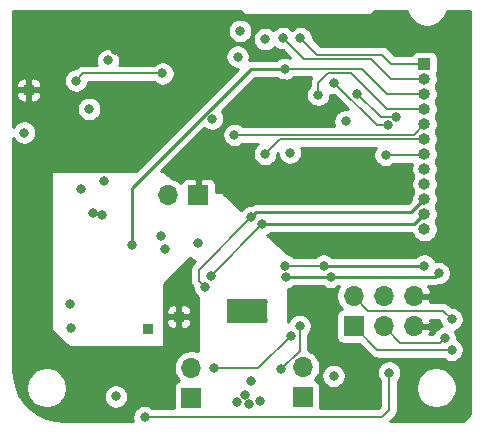
<source format=gbr>
%TF.GenerationSoftware,KiCad,Pcbnew,(5.1.9)-1*%
%TF.CreationDate,2021-03-26T18:59:29+01:00*%
%TF.ProjectId,DotBot,446f7442-6f74-42e6-9b69-6361645f7063,rev?*%
%TF.SameCoordinates,Original*%
%TF.FileFunction,Copper,L4,Bot*%
%TF.FilePolarity,Positive*%
%FSLAX46Y46*%
G04 Gerber Fmt 4.6, Leading zero omitted, Abs format (unit mm)*
G04 Created by KiCad (PCBNEW (5.1.9)-1) date 2021-03-26 18:59:29*
%MOMM*%
%LPD*%
G01*
G04 APERTURE LIST*
%TA.AperFunction,ComponentPad*%
%ADD10O,1.000000X1.000000*%
%TD*%
%TA.AperFunction,ComponentPad*%
%ADD11R,1.000000X1.000000*%
%TD*%
%TA.AperFunction,ComponentPad*%
%ADD12O,1.700000X1.700000*%
%TD*%
%TA.AperFunction,ComponentPad*%
%ADD13R,1.700000X1.700000*%
%TD*%
%TA.AperFunction,ComponentPad*%
%ADD14R,0.850000X0.850000*%
%TD*%
%TA.AperFunction,ComponentPad*%
%ADD15C,0.500000*%
%TD*%
%TA.AperFunction,SMDPad,CuDef*%
%ADD16R,3.500000X2.000000*%
%TD*%
%TA.AperFunction,ViaPad*%
%ADD17C,0.800000*%
%TD*%
%TA.AperFunction,Conductor*%
%ADD18C,0.200000*%
%TD*%
%TA.AperFunction,Conductor*%
%ADD19C,0.250000*%
%TD*%
%TA.AperFunction,Conductor*%
%ADD20C,0.254000*%
%TD*%
%TA.AperFunction,Conductor*%
%ADD21C,0.100000*%
%TD*%
G04 APERTURE END LIST*
D10*
%TO.P,J5,12*%
%TO.N,P1_09*%
X110500000Y-65070000D03*
%TO.P,J5,11*%
%TO.N,P0_28*%
X110500000Y-63800000D03*
%TO.P,J5,10*%
%TO.N,P0_02*%
X110500000Y-62530000D03*
%TO.P,J5,9*%
%TO.N,P0_11*%
X110500000Y-61260000D03*
%TO.P,J5,8*%
%TO.N,P0_15*%
X110500000Y-59990000D03*
%TO.P,J5,7*%
%TO.N,P0_17*%
X110500000Y-58720000D03*
%TO.P,J5,6*%
%TO.N,P0_04*%
X110500000Y-57450000D03*
%TO.P,J5,5*%
%TO.N,P0_03*%
X110500000Y-56180000D03*
%TO.P,J5,4*%
%TO.N,P0_05*%
X110500000Y-54910000D03*
%TO.P,J5,3*%
%TO.N,P0_20*%
X110500000Y-53640000D03*
%TO.P,J5,2*%
%TO.N,P0_29*%
X110500000Y-52370000D03*
D11*
%TO.P,J5,1*%
%TO.N,P0_30*%
X110500000Y-51100000D03*
%TD*%
D12*
%TO.P,J6,6*%
%TO.N,GND*%
X109580000Y-70760000D03*
%TO.P,J6,5*%
X109580000Y-73300000D03*
%TO.P,J6,4*%
%TO.N,VDD*%
X107040000Y-70760000D03*
%TO.P,J6,3*%
%TO.N,P0_09*%
X107040000Y-73300000D03*
%TO.P,J6,2*%
%TO.N,P0_10*%
X104500000Y-70760000D03*
D13*
%TO.P,J6,1*%
%TO.N,P0_31*%
X104500000Y-73300000D03*
%TD*%
D12*
%TO.P,J2,2*%
%TO.N,Net-(J2-Pad2)*%
X100200000Y-76760000D03*
D13*
%TO.P,J2,1*%
%TO.N,Net-(J2-Pad1)*%
X100200000Y-79300000D03*
%TD*%
D14*
%TO.P,TP3,1*%
%TO.N,GND*%
X77000000Y-53300000D03*
%TD*%
%TO.P,TP2,1*%
%TO.N,GND*%
X87100000Y-73500000D03*
%TD*%
%TO.P,TP1,1*%
%TO.N,GND*%
X89700000Y-72500000D03*
%TD*%
D12*
%TO.P,J4,2*%
%TO.N,Net-(J4-Pad2)*%
X88822000Y-62226000D03*
D13*
%TO.P,J4,1*%
%TO.N,GND*%
X91362000Y-62226000D03*
%TD*%
D12*
%TO.P,J1,2*%
%TO.N,Net-(J1-Pad2)*%
X90750000Y-76810000D03*
D13*
%TO.P,J1,1*%
%TO.N,Net-(J1-Pad1)*%
X90750000Y-79350000D03*
%TD*%
D15*
%TO.P,U3,17*%
%TO.N,GND*%
X94000000Y-72750000D03*
X94000000Y-71250000D03*
X95500000Y-72750000D03*
X95500000Y-71250000D03*
X97000000Y-72750000D03*
X97000000Y-71250000D03*
D16*
X95500000Y-72000000D03*
%TD*%
D17*
%TO.N,GND*%
X82400000Y-63700000D03*
X80500000Y-71400000D03*
X80540000Y-73460000D03*
X83400000Y-61000000D03*
X78800000Y-53300000D03*
X78800000Y-59700000D03*
X88500000Y-66800000D03*
X84300000Y-49900000D03*
X86500000Y-77300000D03*
X104000000Y-75800000D03*
X98700000Y-52800000D03*
X99500000Y-53400000D03*
%TO.N,+3V3*%
X82100000Y-54900000D03*
X83700000Y-50800000D03*
X94900000Y-48300000D03*
X94675724Y-50475724D03*
X76600000Y-56900000D03*
X102800000Y-77500000D03*
%TO.N,VDD*%
X97000000Y-49000000D03*
X92525728Y-55725728D03*
%TO.N,TS4231_D*%
X81000000Y-52500000D03*
X88300000Y-51900000D03*
%TO.N,GND*%
X91362000Y-66262000D03*
X94625000Y-79675000D03*
X96575000Y-79625000D03*
X95299986Y-79099986D03*
X95825000Y-77975000D03*
X95650000Y-79875000D03*
X95974979Y-54800000D03*
X98450000Y-62125000D03*
X83219662Y-63880338D03*
X77100000Y-59200000D03*
%TO.N,+3V3*%
X84362357Y-79250010D03*
%TO.N,+6V*%
X88200000Y-65700000D03*
X81400000Y-61700000D03*
%TO.N,VDD*%
X103825000Y-55950000D03*
X99100000Y-58600000D03*
%TO.N,P0_30*%
X100000000Y-48900000D03*
%TO.N,P0_29*%
X98500000Y-48900000D03*
%TO.N,P0_05*%
X101500000Y-53700000D03*
X98375000Y-76950000D03*
X99925000Y-73275000D03*
%TO.N,P0_04*%
X92700000Y-76875000D03*
X97000000Y-58700000D03*
X99200000Y-74100000D03*
%TO.N,P0_03*%
X94400000Y-57100000D03*
%TO.N,P0_17*%
X86800000Y-81000000D03*
X102874537Y-52720132D03*
X107500000Y-77225000D03*
X107400000Y-56300000D03*
X107200000Y-58800000D03*
%TO.N,P0_15*%
X104813516Y-53625904D03*
X108100000Y-55600000D03*
%TO.N,P1_09*%
X98700000Y-68175000D03*
X101950000Y-68175000D03*
X110475000Y-68175000D03*
%TO.N,P0_11*%
X98750000Y-69125000D03*
X102550000Y-69125000D03*
X111700000Y-68800000D03*
%TO.N,P0_28*%
X92386772Y-69011772D03*
X96725000Y-64650000D03*
%TO.N,P0_02*%
X91900000Y-69950000D03*
X95850000Y-64050000D03*
%TO.N,P0_10*%
X112800001Y-72699999D03*
%TO.N,P0_31*%
X112800000Y-75300000D03*
%TO.N,P0_20*%
X85769669Y-66430331D03*
X98700000Y-51500000D03*
%TO.N,P0_09*%
X112200000Y-74300000D03*
%TD*%
D18*
%TO.N,TS4231_D*%
X81600000Y-51900000D02*
X88300000Y-51900000D01*
X81000000Y-52500000D02*
X81600000Y-51900000D01*
%TO.N,P0_30*%
X101400000Y-50300000D02*
X100000000Y-48900000D01*
X106900000Y-50300000D02*
X101400000Y-50300000D01*
X107700000Y-51100000D02*
X106900000Y-50300000D01*
X110500000Y-51100000D02*
X107700000Y-51100000D01*
%TO.N,P0_29*%
X100300000Y-50700000D02*
X98500000Y-48900000D01*
X106000000Y-50700000D02*
X100300000Y-50700000D01*
X107670000Y-52370000D02*
X106000000Y-50700000D01*
X110500000Y-52370000D02*
X107670000Y-52370000D01*
%TO.N,P0_05*%
X102300000Y-51900000D02*
X104300000Y-51900000D01*
X101500000Y-52700000D02*
X102300000Y-51900000D01*
X101500000Y-53700000D02*
X101500000Y-52700000D01*
X107310000Y-54910000D02*
X106950000Y-54550000D01*
X110500000Y-54910000D02*
X107310000Y-54910000D01*
X104300000Y-51900000D02*
X106950000Y-54550000D01*
X99925000Y-75400000D02*
X99925000Y-73275000D01*
X98375000Y-76950000D02*
X99925000Y-75400000D01*
%TO.N,P0_04*%
X110500000Y-57450000D02*
X98250000Y-57450000D01*
X98250000Y-57450000D02*
X97000000Y-58700000D01*
X96425000Y-76875000D02*
X99200000Y-74100000D01*
X92700000Y-76875000D02*
X96425000Y-76875000D01*
%TO.N,P0_03*%
X109580000Y-57100000D02*
X94400000Y-57100000D01*
X110500000Y-56180000D02*
X109580000Y-57100000D01*
%TO.N,P0_17*%
X107500000Y-80400000D02*
X107500000Y-78900000D01*
X106900000Y-81000000D02*
X107500000Y-80400000D01*
X86800000Y-81000000D02*
X106900000Y-81000000D01*
X107500000Y-78900000D02*
X107500000Y-77225000D01*
X106454405Y-56300000D02*
X107400000Y-56300000D01*
X102874537Y-52720132D02*
X106454405Y-56300000D01*
X110420000Y-58800000D02*
X110500000Y-58720000D01*
X107200000Y-58800000D02*
X110420000Y-58800000D01*
%TO.N,P0_15*%
X104813516Y-53625904D02*
X106787612Y-55600000D01*
X106787612Y-55600000D02*
X108100000Y-55600000D01*
%TO.N,P1_09*%
X98700000Y-68175000D02*
X101950000Y-68175000D01*
D19*
X109775000Y-68175000D02*
X109800000Y-68200000D01*
X101950000Y-68175000D02*
X109775000Y-68175000D01*
X109775000Y-68175000D02*
X110475000Y-68175000D01*
%TO.N,P0_11*%
X98750000Y-69125000D02*
X102550000Y-69125000D01*
X109675000Y-69125000D02*
X109700000Y-69100000D01*
X102550000Y-69125000D02*
X109675000Y-69125000D01*
X111375000Y-69125000D02*
X111700000Y-68800000D01*
X109675000Y-69125000D02*
X111375000Y-69125000D01*
D18*
%TO.N,P0_28*%
X96725000Y-64673544D02*
X96725000Y-64650000D01*
X92386772Y-69011772D02*
X96725000Y-64673544D01*
D19*
X109650000Y-64650000D02*
X108950000Y-64650000D01*
X110500000Y-63800000D02*
X109650000Y-64650000D01*
X108950000Y-64650000D02*
X109600000Y-64650000D01*
X96725000Y-64650000D02*
X108950000Y-64650000D01*
D18*
%TO.N,P0_02*%
X91399998Y-69449998D02*
X91399998Y-68500002D01*
X91900000Y-69950000D02*
X91399998Y-69449998D01*
X91399998Y-68500002D02*
X95850000Y-64050000D01*
D19*
X95850000Y-64050000D02*
X96249999Y-63650001D01*
X109379999Y-63650001D02*
X108750001Y-63650001D01*
X110500000Y-62530000D02*
X109379999Y-63650001D01*
X96249999Y-63650001D02*
X108750001Y-63650001D01*
D18*
%TO.N,P0_10*%
X112800001Y-72699999D02*
X112100002Y-72000000D01*
X105740000Y-72000000D02*
X104500000Y-70760000D01*
X112100002Y-72000000D02*
X105740000Y-72000000D01*
%TO.N,P0_31*%
X106500000Y-75300000D02*
X104500000Y-73300000D01*
X112800000Y-75300000D02*
X106500000Y-75300000D01*
%TO.N,P0_20*%
X105200000Y-51500000D02*
X98700000Y-51500000D01*
X107340000Y-53640000D02*
X105200000Y-51500000D01*
X110500000Y-53640000D02*
X107340000Y-53640000D01*
D19*
X85769669Y-61556785D02*
X95826454Y-51500000D01*
X85769669Y-66430331D02*
X85769669Y-61556785D01*
X95826454Y-51500000D02*
X98700000Y-51500000D01*
D18*
%TO.N,P0_09*%
X112200000Y-74300000D02*
X111800001Y-74699999D01*
X111800001Y-74699999D02*
X108439999Y-74699999D01*
X108439999Y-74699999D02*
X107040000Y-73300000D01*
%TD*%
D20*
%TO.N,GND*%
X94948575Y-46668450D02*
X95031052Y-46768948D01*
X95131550Y-46851425D01*
X95246207Y-46912710D01*
X95370617Y-46950450D01*
X95467581Y-46960000D01*
X95500000Y-46963193D01*
X95532419Y-46960000D01*
X105667581Y-46960000D01*
X105700000Y-46963193D01*
X105732419Y-46960000D01*
X105829383Y-46950450D01*
X105953793Y-46912710D01*
X106068450Y-46851425D01*
X106168948Y-46768948D01*
X106251425Y-46668450D01*
X106273580Y-46627000D01*
X109015945Y-46627000D01*
X109031675Y-46706081D01*
X109162463Y-47021831D01*
X109352337Y-47305998D01*
X109594002Y-47547663D01*
X109878169Y-47737537D01*
X110193919Y-47868325D01*
X110529117Y-47935000D01*
X110870883Y-47935000D01*
X111206081Y-47868325D01*
X111521831Y-47737537D01*
X111805998Y-47547663D01*
X112047663Y-47305998D01*
X112237537Y-47021831D01*
X112368325Y-46706081D01*
X112384055Y-46627000D01*
X114310831Y-46627000D01*
X114340000Y-47024207D01*
X114340001Y-80726618D01*
X113726620Y-81340000D01*
X107599446Y-81340000D01*
X107994197Y-80945250D01*
X108022237Y-80922238D01*
X108045250Y-80894197D01*
X108045253Y-80894194D01*
X108103708Y-80822967D01*
X108114087Y-80810320D01*
X108182337Y-80682633D01*
X108211616Y-80586114D01*
X108224365Y-80544086D01*
X108228264Y-80504494D01*
X108235000Y-80436105D01*
X108235000Y-80436098D01*
X108238555Y-80400001D01*
X108235000Y-80363904D01*
X108235000Y-78329117D01*
X109765000Y-78329117D01*
X109765000Y-78670883D01*
X109831675Y-79006081D01*
X109962463Y-79321831D01*
X110152337Y-79605998D01*
X110394002Y-79847663D01*
X110678169Y-80037537D01*
X110993919Y-80168325D01*
X111329117Y-80235000D01*
X111670883Y-80235000D01*
X112006081Y-80168325D01*
X112321831Y-80037537D01*
X112605998Y-79847663D01*
X112847663Y-79605998D01*
X113037537Y-79321831D01*
X113168325Y-79006081D01*
X113235000Y-78670883D01*
X113235000Y-78329117D01*
X113168325Y-77993919D01*
X113037537Y-77678169D01*
X112847663Y-77394002D01*
X112605998Y-77152337D01*
X112321831Y-76962463D01*
X112006081Y-76831675D01*
X111670883Y-76765000D01*
X111329117Y-76765000D01*
X110993919Y-76831675D01*
X110678169Y-76962463D01*
X110394002Y-77152337D01*
X110152337Y-77394002D01*
X109962463Y-77678169D01*
X109831675Y-77993919D01*
X109765000Y-78329117D01*
X108235000Y-78329117D01*
X108235000Y-77953711D01*
X108303937Y-77884774D01*
X108417205Y-77715256D01*
X108495226Y-77526898D01*
X108535000Y-77326939D01*
X108535000Y-77123061D01*
X108495226Y-76923102D01*
X108417205Y-76734744D01*
X108303937Y-76565226D01*
X108159774Y-76421063D01*
X107990256Y-76307795D01*
X107801898Y-76229774D01*
X107601939Y-76190000D01*
X107398061Y-76190000D01*
X107198102Y-76229774D01*
X107009744Y-76307795D01*
X106840226Y-76421063D01*
X106696063Y-76565226D01*
X106582795Y-76734744D01*
X106504774Y-76923102D01*
X106465000Y-77123061D01*
X106465000Y-77326939D01*
X106504774Y-77526898D01*
X106582795Y-77715256D01*
X106696063Y-77884774D01*
X106765001Y-77953712D01*
X106765000Y-78936104D01*
X106765001Y-78936114D01*
X106765000Y-80095553D01*
X106595554Y-80265000D01*
X101676746Y-80265000D01*
X101688072Y-80150000D01*
X101688072Y-78450000D01*
X101675812Y-78325518D01*
X101639502Y-78205820D01*
X101580537Y-78095506D01*
X101501185Y-77998815D01*
X101404494Y-77919463D01*
X101294180Y-77860498D01*
X101221620Y-77838487D01*
X101353475Y-77706632D01*
X101515990Y-77463411D01*
X101543058Y-77398061D01*
X101765000Y-77398061D01*
X101765000Y-77601939D01*
X101804774Y-77801898D01*
X101882795Y-77990256D01*
X101996063Y-78159774D01*
X102140226Y-78303937D01*
X102309744Y-78417205D01*
X102498102Y-78495226D01*
X102698061Y-78535000D01*
X102901939Y-78535000D01*
X103101898Y-78495226D01*
X103290256Y-78417205D01*
X103459774Y-78303937D01*
X103603937Y-78159774D01*
X103717205Y-77990256D01*
X103795226Y-77801898D01*
X103835000Y-77601939D01*
X103835000Y-77398061D01*
X103795226Y-77198102D01*
X103717205Y-77009744D01*
X103603937Y-76840226D01*
X103459774Y-76696063D01*
X103290256Y-76582795D01*
X103101898Y-76504774D01*
X102901939Y-76465000D01*
X102698061Y-76465000D01*
X102498102Y-76504774D01*
X102309744Y-76582795D01*
X102140226Y-76696063D01*
X101996063Y-76840226D01*
X101882795Y-77009744D01*
X101804774Y-77198102D01*
X101765000Y-77398061D01*
X101543058Y-77398061D01*
X101627932Y-77193158D01*
X101685000Y-76906260D01*
X101685000Y-76613740D01*
X101627932Y-76326842D01*
X101515990Y-76056589D01*
X101353475Y-75813368D01*
X101146632Y-75606525D01*
X100903411Y-75444010D01*
X100660000Y-75343186D01*
X100660000Y-74003711D01*
X100728937Y-73934774D01*
X100842205Y-73765256D01*
X100920226Y-73576898D01*
X100960000Y-73376939D01*
X100960000Y-73173061D01*
X100920226Y-72973102D01*
X100842205Y-72784744D01*
X100728937Y-72615226D01*
X100584774Y-72471063D01*
X100415256Y-72357795D01*
X100226898Y-72279774D01*
X100026939Y-72240000D01*
X99823061Y-72240000D01*
X99623102Y-72279774D01*
X99434744Y-72357795D01*
X99265226Y-72471063D01*
X99121063Y-72615226D01*
X99007795Y-72784744D01*
X98952000Y-72919444D01*
X98952000Y-70140097D01*
X99051898Y-70120226D01*
X99240256Y-70042205D01*
X99409774Y-69928937D01*
X99453711Y-69885000D01*
X101846289Y-69885000D01*
X101890226Y-69928937D01*
X102059744Y-70042205D01*
X102248102Y-70120226D01*
X102448061Y-70160000D01*
X102651939Y-70160000D01*
X102851898Y-70120226D01*
X103040256Y-70042205D01*
X103209774Y-69928937D01*
X103253711Y-69885000D01*
X103298662Y-69885000D01*
X103184010Y-70056589D01*
X103072068Y-70326842D01*
X103015000Y-70613740D01*
X103015000Y-70906260D01*
X103072068Y-71193158D01*
X103184010Y-71463411D01*
X103346525Y-71706632D01*
X103478380Y-71838487D01*
X103405820Y-71860498D01*
X103295506Y-71919463D01*
X103198815Y-71998815D01*
X103119463Y-72095506D01*
X103060498Y-72205820D01*
X103024188Y-72325518D01*
X103011928Y-72450000D01*
X103011928Y-74150000D01*
X103024188Y-74274482D01*
X103060498Y-74394180D01*
X103119463Y-74504494D01*
X103198815Y-74601185D01*
X103295506Y-74680537D01*
X103405820Y-74739502D01*
X103525518Y-74775812D01*
X103650000Y-74788072D01*
X104948626Y-74788072D01*
X105954746Y-75794193D01*
X105977762Y-75822238D01*
X106089680Y-75914087D01*
X106217367Y-75982337D01*
X106313886Y-76011616D01*
X106355914Y-76024365D01*
X106370132Y-76025765D01*
X106463895Y-76035000D01*
X106463902Y-76035000D01*
X106499999Y-76038555D01*
X106536096Y-76035000D01*
X112071289Y-76035000D01*
X112140226Y-76103937D01*
X112309744Y-76217205D01*
X112498102Y-76295226D01*
X112698061Y-76335000D01*
X112901939Y-76335000D01*
X113101898Y-76295226D01*
X113290256Y-76217205D01*
X113459774Y-76103937D01*
X113603937Y-75959774D01*
X113717205Y-75790256D01*
X113795226Y-75601898D01*
X113835000Y-75401939D01*
X113835000Y-75198061D01*
X113795226Y-74998102D01*
X113717205Y-74809744D01*
X113603937Y-74640226D01*
X113459774Y-74496063D01*
X113290256Y-74382795D01*
X113235000Y-74359907D01*
X113235000Y-74198061D01*
X113195226Y-73998102D01*
X113117205Y-73809744D01*
X113047867Y-73705972D01*
X113101899Y-73695225D01*
X113290257Y-73617204D01*
X113459775Y-73503936D01*
X113603938Y-73359773D01*
X113717206Y-73190255D01*
X113795227Y-73001897D01*
X113835001Y-72801938D01*
X113835001Y-72598060D01*
X113795227Y-72398101D01*
X113717206Y-72209743D01*
X113603938Y-72040225D01*
X113459775Y-71896062D01*
X113290257Y-71782794D01*
X113101899Y-71704773D01*
X112901940Y-71664999D01*
X112804447Y-71664999D01*
X112645260Y-71505812D01*
X112622240Y-71477762D01*
X112510322Y-71385913D01*
X112382635Y-71317663D01*
X112244087Y-71275635D01*
X112136107Y-71265000D01*
X112100002Y-71261444D01*
X112063897Y-71265000D01*
X110968942Y-71265000D01*
X111021481Y-71116891D01*
X110900814Y-70887000D01*
X109707000Y-70887000D01*
X109707000Y-70907000D01*
X109453000Y-70907000D01*
X109453000Y-70887000D01*
X109433000Y-70887000D01*
X109433000Y-70633000D01*
X109453000Y-70633000D01*
X109453000Y-70613000D01*
X109707000Y-70613000D01*
X109707000Y-70633000D01*
X110900814Y-70633000D01*
X111021481Y-70403109D01*
X110924157Y-70128748D01*
X110778963Y-69885000D01*
X111337678Y-69885000D01*
X111375000Y-69888676D01*
X111412322Y-69885000D01*
X111412333Y-69885000D01*
X111523986Y-69874003D01*
X111652564Y-69835000D01*
X111801939Y-69835000D01*
X112001898Y-69795226D01*
X112190256Y-69717205D01*
X112359774Y-69603937D01*
X112503937Y-69459774D01*
X112617205Y-69290256D01*
X112695226Y-69101898D01*
X112735000Y-68901939D01*
X112735000Y-68698061D01*
X112695226Y-68498102D01*
X112617205Y-68309744D01*
X112503937Y-68140226D01*
X112359774Y-67996063D01*
X112190256Y-67882795D01*
X112001898Y-67804774D01*
X111801939Y-67765000D01*
X111598061Y-67765000D01*
X111438588Y-67796721D01*
X111392205Y-67684744D01*
X111278937Y-67515226D01*
X111134774Y-67371063D01*
X110965256Y-67257795D01*
X110776898Y-67179774D01*
X110576939Y-67140000D01*
X110373061Y-67140000D01*
X110173102Y-67179774D01*
X109984744Y-67257795D01*
X109815226Y-67371063D01*
X109774961Y-67411328D01*
X109737678Y-67415000D01*
X102653711Y-67415000D01*
X102609774Y-67371063D01*
X102440256Y-67257795D01*
X102251898Y-67179774D01*
X102051939Y-67140000D01*
X101848061Y-67140000D01*
X101648102Y-67179774D01*
X101459744Y-67257795D01*
X101290226Y-67371063D01*
X101221289Y-67440000D01*
X99428711Y-67440000D01*
X99359774Y-67371063D01*
X99190256Y-67257795D01*
X99001898Y-67179774D01*
X98819108Y-67143415D01*
X97187162Y-65578842D01*
X97215256Y-65567205D01*
X97384774Y-65453937D01*
X97428711Y-65410000D01*
X109412317Y-65410000D01*
X109494176Y-65607624D01*
X109618388Y-65793520D01*
X109776480Y-65951612D01*
X109962376Y-66075824D01*
X110168933Y-66161383D01*
X110388212Y-66205000D01*
X110611788Y-66205000D01*
X110831067Y-66161383D01*
X111037624Y-66075824D01*
X111223520Y-65951612D01*
X111381612Y-65793520D01*
X111505824Y-65607624D01*
X111591383Y-65401067D01*
X111635000Y-65181788D01*
X111635000Y-64958212D01*
X111591383Y-64738933D01*
X111505824Y-64532376D01*
X111440759Y-64435000D01*
X111505824Y-64337624D01*
X111591383Y-64131067D01*
X111635000Y-63911788D01*
X111635000Y-63688212D01*
X111591383Y-63468933D01*
X111505824Y-63262376D01*
X111440759Y-63165000D01*
X111505824Y-63067624D01*
X111591383Y-62861067D01*
X111635000Y-62641788D01*
X111635000Y-62418212D01*
X111591383Y-62198933D01*
X111505824Y-61992376D01*
X111440759Y-61895000D01*
X111505824Y-61797624D01*
X111591383Y-61591067D01*
X111635000Y-61371788D01*
X111635000Y-61148212D01*
X111591383Y-60928933D01*
X111505824Y-60722376D01*
X111440759Y-60625000D01*
X111505824Y-60527624D01*
X111591383Y-60321067D01*
X111635000Y-60101788D01*
X111635000Y-59878212D01*
X111591383Y-59658933D01*
X111505824Y-59452376D01*
X111440759Y-59355000D01*
X111505824Y-59257624D01*
X111591383Y-59051067D01*
X111635000Y-58831788D01*
X111635000Y-58608212D01*
X111591383Y-58388933D01*
X111505824Y-58182376D01*
X111440759Y-58085000D01*
X111505824Y-57987624D01*
X111591383Y-57781067D01*
X111635000Y-57561788D01*
X111635000Y-57338212D01*
X111591383Y-57118933D01*
X111505824Y-56912376D01*
X111440759Y-56815000D01*
X111505824Y-56717624D01*
X111591383Y-56511067D01*
X111635000Y-56291788D01*
X111635000Y-56068212D01*
X111591383Y-55848933D01*
X111505824Y-55642376D01*
X111440759Y-55545000D01*
X111505824Y-55447624D01*
X111591383Y-55241067D01*
X111635000Y-55021788D01*
X111635000Y-54798212D01*
X111591383Y-54578933D01*
X111505824Y-54372376D01*
X111440759Y-54275000D01*
X111505824Y-54177624D01*
X111591383Y-53971067D01*
X111635000Y-53751788D01*
X111635000Y-53528212D01*
X111591383Y-53308933D01*
X111505824Y-53102376D01*
X111440759Y-53005000D01*
X111505824Y-52907624D01*
X111591383Y-52701067D01*
X111635000Y-52481788D01*
X111635000Y-52258212D01*
X111591383Y-52038933D01*
X111545112Y-51927226D01*
X111589502Y-51844180D01*
X111625812Y-51724482D01*
X111638072Y-51600000D01*
X111638072Y-50600000D01*
X111625812Y-50475518D01*
X111589502Y-50355820D01*
X111530537Y-50245506D01*
X111451185Y-50148815D01*
X111354494Y-50069463D01*
X111244180Y-50010498D01*
X111124482Y-49974188D01*
X111000000Y-49961928D01*
X110000000Y-49961928D01*
X109875518Y-49974188D01*
X109755820Y-50010498D01*
X109645506Y-50069463D01*
X109548815Y-50148815D01*
X109469463Y-50245506D01*
X109410498Y-50355820D01*
X109407713Y-50365000D01*
X108004447Y-50365000D01*
X107445258Y-49805812D01*
X107422238Y-49777762D01*
X107310320Y-49685913D01*
X107182633Y-49617663D01*
X107044085Y-49575635D01*
X106936105Y-49565000D01*
X106900000Y-49561444D01*
X106863895Y-49565000D01*
X101704447Y-49565000D01*
X101035000Y-48895554D01*
X101035000Y-48798061D01*
X100995226Y-48598102D01*
X100917205Y-48409744D01*
X100803937Y-48240226D01*
X100659774Y-48096063D01*
X100490256Y-47982795D01*
X100301898Y-47904774D01*
X100101939Y-47865000D01*
X99898061Y-47865000D01*
X99698102Y-47904774D01*
X99509744Y-47982795D01*
X99340226Y-48096063D01*
X99250000Y-48186289D01*
X99159774Y-48096063D01*
X98990256Y-47982795D01*
X98801898Y-47904774D01*
X98601939Y-47865000D01*
X98398061Y-47865000D01*
X98198102Y-47904774D01*
X98009744Y-47982795D01*
X97840226Y-48096063D01*
X97700000Y-48236289D01*
X97659774Y-48196063D01*
X97490256Y-48082795D01*
X97301898Y-48004774D01*
X97101939Y-47965000D01*
X96898061Y-47965000D01*
X96698102Y-48004774D01*
X96509744Y-48082795D01*
X96340226Y-48196063D01*
X96196063Y-48340226D01*
X96082795Y-48509744D01*
X96004774Y-48698102D01*
X95965000Y-48898061D01*
X95965000Y-49101939D01*
X96004774Y-49301898D01*
X96082795Y-49490256D01*
X96196063Y-49659774D01*
X96340226Y-49803937D01*
X96509744Y-49917205D01*
X96698102Y-49995226D01*
X96898061Y-50035000D01*
X97101939Y-50035000D01*
X97301898Y-49995226D01*
X97490256Y-49917205D01*
X97659774Y-49803937D01*
X97800000Y-49663711D01*
X97840226Y-49703937D01*
X98009744Y-49817205D01*
X98198102Y-49895226D01*
X98398061Y-49935000D01*
X98495554Y-49935000D01*
X99110179Y-50549626D01*
X99001898Y-50504774D01*
X98801939Y-50465000D01*
X98598061Y-50465000D01*
X98398102Y-50504774D01*
X98209744Y-50582795D01*
X98040226Y-50696063D01*
X97996289Y-50740000D01*
X95863779Y-50740000D01*
X95826454Y-50736324D01*
X95789129Y-50740000D01*
X95789121Y-50740000D01*
X95677468Y-50750997D01*
X95676168Y-50751391D01*
X95710724Y-50577663D01*
X95710724Y-50373785D01*
X95670950Y-50173826D01*
X95592929Y-49985468D01*
X95479661Y-49815950D01*
X95335498Y-49671787D01*
X95165980Y-49558519D01*
X94977622Y-49480498D01*
X94777663Y-49440724D01*
X94573785Y-49440724D01*
X94373826Y-49480498D01*
X94185468Y-49558519D01*
X94015950Y-49671787D01*
X93871787Y-49815950D01*
X93758519Y-49985468D01*
X93680498Y-50173826D01*
X93640724Y-50373785D01*
X93640724Y-50577663D01*
X93680498Y-50777622D01*
X93758519Y-50965980D01*
X93871787Y-51135498D01*
X94015950Y-51279661D01*
X94185468Y-51392929D01*
X94373826Y-51470950D01*
X94573785Y-51510724D01*
X94740928Y-51510724D01*
X86078653Y-60173000D01*
X79000000Y-60173000D01*
X78975224Y-60175440D01*
X78951399Y-60182667D01*
X78929443Y-60194403D01*
X78910197Y-60210197D01*
X78894403Y-60229443D01*
X78882667Y-60251399D01*
X78875440Y-60275224D01*
X78873000Y-60300000D01*
X78873000Y-73500000D01*
X78875440Y-73524776D01*
X78882667Y-73548601D01*
X78894403Y-73570557D01*
X78910197Y-73589803D01*
X80310197Y-74989803D01*
X80329443Y-75005597D01*
X80351399Y-75017333D01*
X80375224Y-75024560D01*
X80400000Y-75027000D01*
X88300000Y-75027000D01*
X88324776Y-75024560D01*
X88348601Y-75017333D01*
X88370557Y-75005597D01*
X88389803Y-74989803D01*
X88405597Y-74970557D01*
X88417333Y-74948601D01*
X88424560Y-74924776D01*
X88427000Y-74900000D01*
X88427000Y-72925000D01*
X88636928Y-72925000D01*
X88649188Y-73049482D01*
X88685498Y-73169180D01*
X88744463Y-73279494D01*
X88823815Y-73376185D01*
X88920506Y-73455537D01*
X89030820Y-73514502D01*
X89150518Y-73550812D01*
X89275000Y-73563072D01*
X89414250Y-73560000D01*
X89573000Y-73401250D01*
X89573000Y-72627000D01*
X89827000Y-72627000D01*
X89827000Y-73401250D01*
X89985750Y-73560000D01*
X90125000Y-73563072D01*
X90249482Y-73550812D01*
X90369180Y-73514502D01*
X90479494Y-73455537D01*
X90576185Y-73376185D01*
X90655537Y-73279494D01*
X90714502Y-73169180D01*
X90750812Y-73049482D01*
X90763072Y-72925000D01*
X90760000Y-72785750D01*
X90601250Y-72627000D01*
X89827000Y-72627000D01*
X89573000Y-72627000D01*
X88798750Y-72627000D01*
X88640000Y-72785750D01*
X88636928Y-72925000D01*
X88427000Y-72925000D01*
X88427000Y-72075000D01*
X88636928Y-72075000D01*
X88640000Y-72214250D01*
X88798750Y-72373000D01*
X89573000Y-72373000D01*
X89573000Y-71598750D01*
X89827000Y-71598750D01*
X89827000Y-72373000D01*
X90601250Y-72373000D01*
X90760000Y-72214250D01*
X90763072Y-72075000D01*
X90750812Y-71950518D01*
X90714502Y-71830820D01*
X90655537Y-71720506D01*
X90576185Y-71623815D01*
X90479494Y-71544463D01*
X90369180Y-71485498D01*
X90249482Y-71449188D01*
X90125000Y-71436928D01*
X89985750Y-71440000D01*
X89827000Y-71598750D01*
X89573000Y-71598750D01*
X89414250Y-71440000D01*
X89275000Y-71436928D01*
X89150518Y-71449188D01*
X89030820Y-71485498D01*
X88920506Y-71544463D01*
X88823815Y-71623815D01*
X88744463Y-71720506D01*
X88685498Y-71830820D01*
X88649188Y-71950518D01*
X88636928Y-72075000D01*
X88427000Y-72075000D01*
X88427000Y-69752999D01*
X90686854Y-67516932D01*
X91063887Y-67796667D01*
X90905806Y-67954748D01*
X90877761Y-67977764D01*
X90785912Y-68089682D01*
X90722779Y-68207795D01*
X90717662Y-68217369D01*
X90675633Y-68355917D01*
X90661442Y-68500002D01*
X90664999Y-68536116D01*
X90664998Y-69413892D01*
X90661442Y-69449998D01*
X90675633Y-69594083D01*
X90682056Y-69615256D01*
X90717661Y-69732630D01*
X90785911Y-69860317D01*
X90865000Y-69956687D01*
X90865000Y-70051939D01*
X90904774Y-70251898D01*
X90982795Y-70440256D01*
X91096063Y-70609774D01*
X91240226Y-70753937D01*
X91317181Y-70805356D01*
X91307831Y-75433709D01*
X91183158Y-75382068D01*
X90896260Y-75325000D01*
X90603740Y-75325000D01*
X90316842Y-75382068D01*
X90046589Y-75494010D01*
X89803368Y-75656525D01*
X89596525Y-75863368D01*
X89434010Y-76106589D01*
X89322068Y-76376842D01*
X89265000Y-76663740D01*
X89265000Y-76956260D01*
X89322068Y-77243158D01*
X89434010Y-77513411D01*
X89596525Y-77756632D01*
X89728380Y-77888487D01*
X89655820Y-77910498D01*
X89545506Y-77969463D01*
X89448815Y-78048815D01*
X89369463Y-78145506D01*
X89310498Y-78255820D01*
X89274188Y-78375518D01*
X89261928Y-78500000D01*
X89261928Y-80200000D01*
X89268330Y-80265000D01*
X87528711Y-80265000D01*
X87459774Y-80196063D01*
X87290256Y-80082795D01*
X87101898Y-80004774D01*
X86901939Y-79965000D01*
X86698061Y-79965000D01*
X86498102Y-80004774D01*
X86309744Y-80082795D01*
X86140226Y-80196063D01*
X85996063Y-80340226D01*
X85882795Y-80509744D01*
X85804774Y-80698102D01*
X85765000Y-80898061D01*
X85765000Y-81101939D01*
X85804774Y-81301898D01*
X85820556Y-81340000D01*
X80029392Y-81340000D01*
X79231917Y-81268827D01*
X78488110Y-81065344D01*
X77792096Y-80733363D01*
X77165870Y-80283374D01*
X76629223Y-79729597D01*
X76199129Y-79089549D01*
X75889171Y-78383447D01*
X75876128Y-78329117D01*
X76765000Y-78329117D01*
X76765000Y-78670883D01*
X76831675Y-79006081D01*
X76962463Y-79321831D01*
X77152337Y-79605998D01*
X77394002Y-79847663D01*
X77678169Y-80037537D01*
X77993919Y-80168325D01*
X78329117Y-80235000D01*
X78670883Y-80235000D01*
X79006081Y-80168325D01*
X79321831Y-80037537D01*
X79605998Y-79847663D01*
X79847663Y-79605998D01*
X80037537Y-79321831D01*
X80109510Y-79148071D01*
X83327357Y-79148071D01*
X83327357Y-79351949D01*
X83367131Y-79551908D01*
X83445152Y-79740266D01*
X83558420Y-79909784D01*
X83702583Y-80053947D01*
X83872101Y-80167215D01*
X84060459Y-80245236D01*
X84260418Y-80285010D01*
X84464296Y-80285010D01*
X84664255Y-80245236D01*
X84852613Y-80167215D01*
X85022131Y-80053947D01*
X85166294Y-79909784D01*
X85279562Y-79740266D01*
X85357583Y-79551908D01*
X85397357Y-79351949D01*
X85397357Y-79148071D01*
X85357583Y-78948112D01*
X85279562Y-78759754D01*
X85166294Y-78590236D01*
X85022131Y-78446073D01*
X84852613Y-78332805D01*
X84664255Y-78254784D01*
X84464296Y-78215010D01*
X84260418Y-78215010D01*
X84060459Y-78254784D01*
X83872101Y-78332805D01*
X83702583Y-78446073D01*
X83558420Y-78590236D01*
X83445152Y-78759754D01*
X83367131Y-78948112D01*
X83327357Y-79148071D01*
X80109510Y-79148071D01*
X80168325Y-79006081D01*
X80235000Y-78670883D01*
X80235000Y-78329117D01*
X80168325Y-77993919D01*
X80037537Y-77678169D01*
X79847663Y-77394002D01*
X79605998Y-77152337D01*
X79321831Y-76962463D01*
X79006081Y-76831675D01*
X78670883Y-76765000D01*
X78329117Y-76765000D01*
X77993919Y-76831675D01*
X77678169Y-76962463D01*
X77394002Y-77152337D01*
X77152337Y-77394002D01*
X76962463Y-77678169D01*
X76831675Y-77993919D01*
X76765000Y-78329117D01*
X75876128Y-78329117D01*
X75707935Y-77628543D01*
X75660000Y-76975793D01*
X75660000Y-57335224D01*
X75682795Y-57390256D01*
X75796063Y-57559774D01*
X75940226Y-57703937D01*
X76109744Y-57817205D01*
X76298102Y-57895226D01*
X76498061Y-57935000D01*
X76701939Y-57935000D01*
X76901898Y-57895226D01*
X77090256Y-57817205D01*
X77259774Y-57703937D01*
X77403937Y-57559774D01*
X77517205Y-57390256D01*
X77595226Y-57201898D01*
X77635000Y-57001939D01*
X77635000Y-56798061D01*
X77595226Y-56598102D01*
X77517205Y-56409744D01*
X77403937Y-56240226D01*
X77259774Y-56096063D01*
X77090256Y-55982795D01*
X76901898Y-55904774D01*
X76701939Y-55865000D01*
X76498061Y-55865000D01*
X76298102Y-55904774D01*
X76109744Y-55982795D01*
X75940226Y-56096063D01*
X75796063Y-56240226D01*
X75682795Y-56409744D01*
X75660000Y-56464776D01*
X75660000Y-54798061D01*
X81065000Y-54798061D01*
X81065000Y-55001939D01*
X81104774Y-55201898D01*
X81182795Y-55390256D01*
X81296063Y-55559774D01*
X81440226Y-55703937D01*
X81609744Y-55817205D01*
X81798102Y-55895226D01*
X81998061Y-55935000D01*
X82201939Y-55935000D01*
X82401898Y-55895226D01*
X82590256Y-55817205D01*
X82759774Y-55703937D01*
X82903937Y-55559774D01*
X83017205Y-55390256D01*
X83095226Y-55201898D01*
X83135000Y-55001939D01*
X83135000Y-54798061D01*
X83095226Y-54598102D01*
X83017205Y-54409744D01*
X82903937Y-54240226D01*
X82759774Y-54096063D01*
X82590256Y-53982795D01*
X82401898Y-53904774D01*
X82201939Y-53865000D01*
X81998061Y-53865000D01*
X81798102Y-53904774D01*
X81609744Y-53982795D01*
X81440226Y-54096063D01*
X81296063Y-54240226D01*
X81182795Y-54409744D01*
X81104774Y-54598102D01*
X81065000Y-54798061D01*
X75660000Y-54798061D01*
X75660000Y-53725000D01*
X75936928Y-53725000D01*
X75949188Y-53849482D01*
X75985498Y-53969180D01*
X76044463Y-54079494D01*
X76123815Y-54176185D01*
X76220506Y-54255537D01*
X76330820Y-54314502D01*
X76450518Y-54350812D01*
X76575000Y-54363072D01*
X76714250Y-54360000D01*
X76873000Y-54201250D01*
X76873000Y-53427000D01*
X77127000Y-53427000D01*
X77127000Y-54201250D01*
X77285750Y-54360000D01*
X77425000Y-54363072D01*
X77549482Y-54350812D01*
X77669180Y-54314502D01*
X77779494Y-54255537D01*
X77876185Y-54176185D01*
X77955537Y-54079494D01*
X78014502Y-53969180D01*
X78050812Y-53849482D01*
X78063072Y-53725000D01*
X78060000Y-53585750D01*
X77901250Y-53427000D01*
X77127000Y-53427000D01*
X76873000Y-53427000D01*
X76098750Y-53427000D01*
X75940000Y-53585750D01*
X75936928Y-53725000D01*
X75660000Y-53725000D01*
X75660000Y-52875000D01*
X75936928Y-52875000D01*
X75940000Y-53014250D01*
X76098750Y-53173000D01*
X76873000Y-53173000D01*
X76873000Y-52398750D01*
X77127000Y-52398750D01*
X77127000Y-53173000D01*
X77901250Y-53173000D01*
X78060000Y-53014250D01*
X78063072Y-52875000D01*
X78050812Y-52750518D01*
X78014502Y-52630820D01*
X77955537Y-52520506D01*
X77876185Y-52423815D01*
X77844804Y-52398061D01*
X79965000Y-52398061D01*
X79965000Y-52601939D01*
X80004774Y-52801898D01*
X80082795Y-52990256D01*
X80196063Y-53159774D01*
X80340226Y-53303937D01*
X80509744Y-53417205D01*
X80698102Y-53495226D01*
X80898061Y-53535000D01*
X81101939Y-53535000D01*
X81301898Y-53495226D01*
X81490256Y-53417205D01*
X81659774Y-53303937D01*
X81803937Y-53159774D01*
X81917205Y-52990256D01*
X81995226Y-52801898D01*
X82028424Y-52635000D01*
X87571289Y-52635000D01*
X87640226Y-52703937D01*
X87809744Y-52817205D01*
X87998102Y-52895226D01*
X88198061Y-52935000D01*
X88401939Y-52935000D01*
X88601898Y-52895226D01*
X88790256Y-52817205D01*
X88959774Y-52703937D01*
X89103937Y-52559774D01*
X89217205Y-52390256D01*
X89295226Y-52201898D01*
X89335000Y-52001939D01*
X89335000Y-51798061D01*
X89295226Y-51598102D01*
X89217205Y-51409744D01*
X89103937Y-51240226D01*
X88959774Y-51096063D01*
X88790256Y-50982795D01*
X88601898Y-50904774D01*
X88401939Y-50865000D01*
X88198061Y-50865000D01*
X87998102Y-50904774D01*
X87809744Y-50982795D01*
X87640226Y-51096063D01*
X87571289Y-51165000D01*
X84669088Y-51165000D01*
X84695226Y-51101898D01*
X84735000Y-50901939D01*
X84735000Y-50698061D01*
X84695226Y-50498102D01*
X84617205Y-50309744D01*
X84503937Y-50140226D01*
X84359774Y-49996063D01*
X84190256Y-49882795D01*
X84001898Y-49804774D01*
X83801939Y-49765000D01*
X83598061Y-49765000D01*
X83398102Y-49804774D01*
X83209744Y-49882795D01*
X83040226Y-49996063D01*
X82896063Y-50140226D01*
X82782795Y-50309744D01*
X82704774Y-50498102D01*
X82665000Y-50698061D01*
X82665000Y-50901939D01*
X82704774Y-51101898D01*
X82730912Y-51165000D01*
X81636096Y-51165000D01*
X81599999Y-51161445D01*
X81563902Y-51165000D01*
X81563895Y-51165000D01*
X81470132Y-51174235D01*
X81455914Y-51175635D01*
X81413886Y-51188384D01*
X81317367Y-51217663D01*
X81189680Y-51285913D01*
X81077762Y-51377762D01*
X81054746Y-51405807D01*
X80995553Y-51465000D01*
X80898061Y-51465000D01*
X80698102Y-51504774D01*
X80509744Y-51582795D01*
X80340226Y-51696063D01*
X80196063Y-51840226D01*
X80082795Y-52009744D01*
X80004774Y-52198102D01*
X79965000Y-52398061D01*
X77844804Y-52398061D01*
X77779494Y-52344463D01*
X77669180Y-52285498D01*
X77549482Y-52249188D01*
X77425000Y-52236928D01*
X77285750Y-52240000D01*
X77127000Y-52398750D01*
X76873000Y-52398750D01*
X76714250Y-52240000D01*
X76575000Y-52236928D01*
X76450518Y-52249188D01*
X76330820Y-52285498D01*
X76220506Y-52344463D01*
X76123815Y-52423815D01*
X76044463Y-52520506D01*
X75985498Y-52630820D01*
X75949188Y-52750518D01*
X75936928Y-52875000D01*
X75660000Y-52875000D01*
X75660000Y-48198061D01*
X93865000Y-48198061D01*
X93865000Y-48401939D01*
X93904774Y-48601898D01*
X93982795Y-48790256D01*
X94096063Y-48959774D01*
X94240226Y-49103937D01*
X94409744Y-49217205D01*
X94598102Y-49295226D01*
X94798061Y-49335000D01*
X95001939Y-49335000D01*
X95201898Y-49295226D01*
X95390256Y-49217205D01*
X95559774Y-49103937D01*
X95703937Y-48959774D01*
X95817205Y-48790256D01*
X95895226Y-48601898D01*
X95935000Y-48401939D01*
X95935000Y-48198061D01*
X95895226Y-47998102D01*
X95817205Y-47809744D01*
X95703937Y-47640226D01*
X95559774Y-47496063D01*
X95390256Y-47382795D01*
X95201898Y-47304774D01*
X95001939Y-47265000D01*
X94798061Y-47265000D01*
X94598102Y-47304774D01*
X94409744Y-47382795D01*
X94240226Y-47496063D01*
X94096063Y-47640226D01*
X93982795Y-47809744D01*
X93904774Y-47998102D01*
X93865000Y-48198061D01*
X75660000Y-48198061D01*
X75660000Y-47029392D01*
X75695913Y-46627000D01*
X94926420Y-46627000D01*
X94948575Y-46668450D01*
%TA.AperFunction,Conductor*%
D21*
G36*
X94948575Y-46668450D02*
G01*
X95031052Y-46768948D01*
X95131550Y-46851425D01*
X95246207Y-46912710D01*
X95370617Y-46950450D01*
X95467581Y-46960000D01*
X95500000Y-46963193D01*
X95532419Y-46960000D01*
X105667581Y-46960000D01*
X105700000Y-46963193D01*
X105732419Y-46960000D01*
X105829383Y-46950450D01*
X105953793Y-46912710D01*
X106068450Y-46851425D01*
X106168948Y-46768948D01*
X106251425Y-46668450D01*
X106273580Y-46627000D01*
X109015945Y-46627000D01*
X109031675Y-46706081D01*
X109162463Y-47021831D01*
X109352337Y-47305998D01*
X109594002Y-47547663D01*
X109878169Y-47737537D01*
X110193919Y-47868325D01*
X110529117Y-47935000D01*
X110870883Y-47935000D01*
X111206081Y-47868325D01*
X111521831Y-47737537D01*
X111805998Y-47547663D01*
X112047663Y-47305998D01*
X112237537Y-47021831D01*
X112368325Y-46706081D01*
X112384055Y-46627000D01*
X114310831Y-46627000D01*
X114340000Y-47024207D01*
X114340001Y-80726618D01*
X113726620Y-81340000D01*
X107599446Y-81340000D01*
X107994197Y-80945250D01*
X108022237Y-80922238D01*
X108045250Y-80894197D01*
X108045253Y-80894194D01*
X108103708Y-80822967D01*
X108114087Y-80810320D01*
X108182337Y-80682633D01*
X108211616Y-80586114D01*
X108224365Y-80544086D01*
X108228264Y-80504494D01*
X108235000Y-80436105D01*
X108235000Y-80436098D01*
X108238555Y-80400001D01*
X108235000Y-80363904D01*
X108235000Y-78329117D01*
X109765000Y-78329117D01*
X109765000Y-78670883D01*
X109831675Y-79006081D01*
X109962463Y-79321831D01*
X110152337Y-79605998D01*
X110394002Y-79847663D01*
X110678169Y-80037537D01*
X110993919Y-80168325D01*
X111329117Y-80235000D01*
X111670883Y-80235000D01*
X112006081Y-80168325D01*
X112321831Y-80037537D01*
X112605998Y-79847663D01*
X112847663Y-79605998D01*
X113037537Y-79321831D01*
X113168325Y-79006081D01*
X113235000Y-78670883D01*
X113235000Y-78329117D01*
X113168325Y-77993919D01*
X113037537Y-77678169D01*
X112847663Y-77394002D01*
X112605998Y-77152337D01*
X112321831Y-76962463D01*
X112006081Y-76831675D01*
X111670883Y-76765000D01*
X111329117Y-76765000D01*
X110993919Y-76831675D01*
X110678169Y-76962463D01*
X110394002Y-77152337D01*
X110152337Y-77394002D01*
X109962463Y-77678169D01*
X109831675Y-77993919D01*
X109765000Y-78329117D01*
X108235000Y-78329117D01*
X108235000Y-77953711D01*
X108303937Y-77884774D01*
X108417205Y-77715256D01*
X108495226Y-77526898D01*
X108535000Y-77326939D01*
X108535000Y-77123061D01*
X108495226Y-76923102D01*
X108417205Y-76734744D01*
X108303937Y-76565226D01*
X108159774Y-76421063D01*
X107990256Y-76307795D01*
X107801898Y-76229774D01*
X107601939Y-76190000D01*
X107398061Y-76190000D01*
X107198102Y-76229774D01*
X107009744Y-76307795D01*
X106840226Y-76421063D01*
X106696063Y-76565226D01*
X106582795Y-76734744D01*
X106504774Y-76923102D01*
X106465000Y-77123061D01*
X106465000Y-77326939D01*
X106504774Y-77526898D01*
X106582795Y-77715256D01*
X106696063Y-77884774D01*
X106765001Y-77953712D01*
X106765000Y-78936104D01*
X106765001Y-78936114D01*
X106765000Y-80095553D01*
X106595554Y-80265000D01*
X101676746Y-80265000D01*
X101688072Y-80150000D01*
X101688072Y-78450000D01*
X101675812Y-78325518D01*
X101639502Y-78205820D01*
X101580537Y-78095506D01*
X101501185Y-77998815D01*
X101404494Y-77919463D01*
X101294180Y-77860498D01*
X101221620Y-77838487D01*
X101353475Y-77706632D01*
X101515990Y-77463411D01*
X101543058Y-77398061D01*
X101765000Y-77398061D01*
X101765000Y-77601939D01*
X101804774Y-77801898D01*
X101882795Y-77990256D01*
X101996063Y-78159774D01*
X102140226Y-78303937D01*
X102309744Y-78417205D01*
X102498102Y-78495226D01*
X102698061Y-78535000D01*
X102901939Y-78535000D01*
X103101898Y-78495226D01*
X103290256Y-78417205D01*
X103459774Y-78303937D01*
X103603937Y-78159774D01*
X103717205Y-77990256D01*
X103795226Y-77801898D01*
X103835000Y-77601939D01*
X103835000Y-77398061D01*
X103795226Y-77198102D01*
X103717205Y-77009744D01*
X103603937Y-76840226D01*
X103459774Y-76696063D01*
X103290256Y-76582795D01*
X103101898Y-76504774D01*
X102901939Y-76465000D01*
X102698061Y-76465000D01*
X102498102Y-76504774D01*
X102309744Y-76582795D01*
X102140226Y-76696063D01*
X101996063Y-76840226D01*
X101882795Y-77009744D01*
X101804774Y-77198102D01*
X101765000Y-77398061D01*
X101543058Y-77398061D01*
X101627932Y-77193158D01*
X101685000Y-76906260D01*
X101685000Y-76613740D01*
X101627932Y-76326842D01*
X101515990Y-76056589D01*
X101353475Y-75813368D01*
X101146632Y-75606525D01*
X100903411Y-75444010D01*
X100660000Y-75343186D01*
X100660000Y-74003711D01*
X100728937Y-73934774D01*
X100842205Y-73765256D01*
X100920226Y-73576898D01*
X100960000Y-73376939D01*
X100960000Y-73173061D01*
X100920226Y-72973102D01*
X100842205Y-72784744D01*
X100728937Y-72615226D01*
X100584774Y-72471063D01*
X100415256Y-72357795D01*
X100226898Y-72279774D01*
X100026939Y-72240000D01*
X99823061Y-72240000D01*
X99623102Y-72279774D01*
X99434744Y-72357795D01*
X99265226Y-72471063D01*
X99121063Y-72615226D01*
X99007795Y-72784744D01*
X98952000Y-72919444D01*
X98952000Y-70140097D01*
X99051898Y-70120226D01*
X99240256Y-70042205D01*
X99409774Y-69928937D01*
X99453711Y-69885000D01*
X101846289Y-69885000D01*
X101890226Y-69928937D01*
X102059744Y-70042205D01*
X102248102Y-70120226D01*
X102448061Y-70160000D01*
X102651939Y-70160000D01*
X102851898Y-70120226D01*
X103040256Y-70042205D01*
X103209774Y-69928937D01*
X103253711Y-69885000D01*
X103298662Y-69885000D01*
X103184010Y-70056589D01*
X103072068Y-70326842D01*
X103015000Y-70613740D01*
X103015000Y-70906260D01*
X103072068Y-71193158D01*
X103184010Y-71463411D01*
X103346525Y-71706632D01*
X103478380Y-71838487D01*
X103405820Y-71860498D01*
X103295506Y-71919463D01*
X103198815Y-71998815D01*
X103119463Y-72095506D01*
X103060498Y-72205820D01*
X103024188Y-72325518D01*
X103011928Y-72450000D01*
X103011928Y-74150000D01*
X103024188Y-74274482D01*
X103060498Y-74394180D01*
X103119463Y-74504494D01*
X103198815Y-74601185D01*
X103295506Y-74680537D01*
X103405820Y-74739502D01*
X103525518Y-74775812D01*
X103650000Y-74788072D01*
X104948626Y-74788072D01*
X105954746Y-75794193D01*
X105977762Y-75822238D01*
X106089680Y-75914087D01*
X106217367Y-75982337D01*
X106313886Y-76011616D01*
X106355914Y-76024365D01*
X106370132Y-76025765D01*
X106463895Y-76035000D01*
X106463902Y-76035000D01*
X106499999Y-76038555D01*
X106536096Y-76035000D01*
X112071289Y-76035000D01*
X112140226Y-76103937D01*
X112309744Y-76217205D01*
X112498102Y-76295226D01*
X112698061Y-76335000D01*
X112901939Y-76335000D01*
X113101898Y-76295226D01*
X113290256Y-76217205D01*
X113459774Y-76103937D01*
X113603937Y-75959774D01*
X113717205Y-75790256D01*
X113795226Y-75601898D01*
X113835000Y-75401939D01*
X113835000Y-75198061D01*
X113795226Y-74998102D01*
X113717205Y-74809744D01*
X113603937Y-74640226D01*
X113459774Y-74496063D01*
X113290256Y-74382795D01*
X113235000Y-74359907D01*
X113235000Y-74198061D01*
X113195226Y-73998102D01*
X113117205Y-73809744D01*
X113047867Y-73705972D01*
X113101899Y-73695225D01*
X113290257Y-73617204D01*
X113459775Y-73503936D01*
X113603938Y-73359773D01*
X113717206Y-73190255D01*
X113795227Y-73001897D01*
X113835001Y-72801938D01*
X113835001Y-72598060D01*
X113795227Y-72398101D01*
X113717206Y-72209743D01*
X113603938Y-72040225D01*
X113459775Y-71896062D01*
X113290257Y-71782794D01*
X113101899Y-71704773D01*
X112901940Y-71664999D01*
X112804447Y-71664999D01*
X112645260Y-71505812D01*
X112622240Y-71477762D01*
X112510322Y-71385913D01*
X112382635Y-71317663D01*
X112244087Y-71275635D01*
X112136107Y-71265000D01*
X112100002Y-71261444D01*
X112063897Y-71265000D01*
X110968942Y-71265000D01*
X111021481Y-71116891D01*
X110900814Y-70887000D01*
X109707000Y-70887000D01*
X109707000Y-70907000D01*
X109453000Y-70907000D01*
X109453000Y-70887000D01*
X109433000Y-70887000D01*
X109433000Y-70633000D01*
X109453000Y-70633000D01*
X109453000Y-70613000D01*
X109707000Y-70613000D01*
X109707000Y-70633000D01*
X110900814Y-70633000D01*
X111021481Y-70403109D01*
X110924157Y-70128748D01*
X110778963Y-69885000D01*
X111337678Y-69885000D01*
X111375000Y-69888676D01*
X111412322Y-69885000D01*
X111412333Y-69885000D01*
X111523986Y-69874003D01*
X111652564Y-69835000D01*
X111801939Y-69835000D01*
X112001898Y-69795226D01*
X112190256Y-69717205D01*
X112359774Y-69603937D01*
X112503937Y-69459774D01*
X112617205Y-69290256D01*
X112695226Y-69101898D01*
X112735000Y-68901939D01*
X112735000Y-68698061D01*
X112695226Y-68498102D01*
X112617205Y-68309744D01*
X112503937Y-68140226D01*
X112359774Y-67996063D01*
X112190256Y-67882795D01*
X112001898Y-67804774D01*
X111801939Y-67765000D01*
X111598061Y-67765000D01*
X111438588Y-67796721D01*
X111392205Y-67684744D01*
X111278937Y-67515226D01*
X111134774Y-67371063D01*
X110965256Y-67257795D01*
X110776898Y-67179774D01*
X110576939Y-67140000D01*
X110373061Y-67140000D01*
X110173102Y-67179774D01*
X109984744Y-67257795D01*
X109815226Y-67371063D01*
X109774961Y-67411328D01*
X109737678Y-67415000D01*
X102653711Y-67415000D01*
X102609774Y-67371063D01*
X102440256Y-67257795D01*
X102251898Y-67179774D01*
X102051939Y-67140000D01*
X101848061Y-67140000D01*
X101648102Y-67179774D01*
X101459744Y-67257795D01*
X101290226Y-67371063D01*
X101221289Y-67440000D01*
X99428711Y-67440000D01*
X99359774Y-67371063D01*
X99190256Y-67257795D01*
X99001898Y-67179774D01*
X98819108Y-67143415D01*
X97187162Y-65578842D01*
X97215256Y-65567205D01*
X97384774Y-65453937D01*
X97428711Y-65410000D01*
X109412317Y-65410000D01*
X109494176Y-65607624D01*
X109618388Y-65793520D01*
X109776480Y-65951612D01*
X109962376Y-66075824D01*
X110168933Y-66161383D01*
X110388212Y-66205000D01*
X110611788Y-66205000D01*
X110831067Y-66161383D01*
X111037624Y-66075824D01*
X111223520Y-65951612D01*
X111381612Y-65793520D01*
X111505824Y-65607624D01*
X111591383Y-65401067D01*
X111635000Y-65181788D01*
X111635000Y-64958212D01*
X111591383Y-64738933D01*
X111505824Y-64532376D01*
X111440759Y-64435000D01*
X111505824Y-64337624D01*
X111591383Y-64131067D01*
X111635000Y-63911788D01*
X111635000Y-63688212D01*
X111591383Y-63468933D01*
X111505824Y-63262376D01*
X111440759Y-63165000D01*
X111505824Y-63067624D01*
X111591383Y-62861067D01*
X111635000Y-62641788D01*
X111635000Y-62418212D01*
X111591383Y-62198933D01*
X111505824Y-61992376D01*
X111440759Y-61895000D01*
X111505824Y-61797624D01*
X111591383Y-61591067D01*
X111635000Y-61371788D01*
X111635000Y-61148212D01*
X111591383Y-60928933D01*
X111505824Y-60722376D01*
X111440759Y-60625000D01*
X111505824Y-60527624D01*
X111591383Y-60321067D01*
X111635000Y-60101788D01*
X111635000Y-59878212D01*
X111591383Y-59658933D01*
X111505824Y-59452376D01*
X111440759Y-59355000D01*
X111505824Y-59257624D01*
X111591383Y-59051067D01*
X111635000Y-58831788D01*
X111635000Y-58608212D01*
X111591383Y-58388933D01*
X111505824Y-58182376D01*
X111440759Y-58085000D01*
X111505824Y-57987624D01*
X111591383Y-57781067D01*
X111635000Y-57561788D01*
X111635000Y-57338212D01*
X111591383Y-57118933D01*
X111505824Y-56912376D01*
X111440759Y-56815000D01*
X111505824Y-56717624D01*
X111591383Y-56511067D01*
X111635000Y-56291788D01*
X111635000Y-56068212D01*
X111591383Y-55848933D01*
X111505824Y-55642376D01*
X111440759Y-55545000D01*
X111505824Y-55447624D01*
X111591383Y-55241067D01*
X111635000Y-55021788D01*
X111635000Y-54798212D01*
X111591383Y-54578933D01*
X111505824Y-54372376D01*
X111440759Y-54275000D01*
X111505824Y-54177624D01*
X111591383Y-53971067D01*
X111635000Y-53751788D01*
X111635000Y-53528212D01*
X111591383Y-53308933D01*
X111505824Y-53102376D01*
X111440759Y-53005000D01*
X111505824Y-52907624D01*
X111591383Y-52701067D01*
X111635000Y-52481788D01*
X111635000Y-52258212D01*
X111591383Y-52038933D01*
X111545112Y-51927226D01*
X111589502Y-51844180D01*
X111625812Y-51724482D01*
X111638072Y-51600000D01*
X111638072Y-50600000D01*
X111625812Y-50475518D01*
X111589502Y-50355820D01*
X111530537Y-50245506D01*
X111451185Y-50148815D01*
X111354494Y-50069463D01*
X111244180Y-50010498D01*
X111124482Y-49974188D01*
X111000000Y-49961928D01*
X110000000Y-49961928D01*
X109875518Y-49974188D01*
X109755820Y-50010498D01*
X109645506Y-50069463D01*
X109548815Y-50148815D01*
X109469463Y-50245506D01*
X109410498Y-50355820D01*
X109407713Y-50365000D01*
X108004447Y-50365000D01*
X107445258Y-49805812D01*
X107422238Y-49777762D01*
X107310320Y-49685913D01*
X107182633Y-49617663D01*
X107044085Y-49575635D01*
X106936105Y-49565000D01*
X106900000Y-49561444D01*
X106863895Y-49565000D01*
X101704447Y-49565000D01*
X101035000Y-48895554D01*
X101035000Y-48798061D01*
X100995226Y-48598102D01*
X100917205Y-48409744D01*
X100803937Y-48240226D01*
X100659774Y-48096063D01*
X100490256Y-47982795D01*
X100301898Y-47904774D01*
X100101939Y-47865000D01*
X99898061Y-47865000D01*
X99698102Y-47904774D01*
X99509744Y-47982795D01*
X99340226Y-48096063D01*
X99250000Y-48186289D01*
X99159774Y-48096063D01*
X98990256Y-47982795D01*
X98801898Y-47904774D01*
X98601939Y-47865000D01*
X98398061Y-47865000D01*
X98198102Y-47904774D01*
X98009744Y-47982795D01*
X97840226Y-48096063D01*
X97700000Y-48236289D01*
X97659774Y-48196063D01*
X97490256Y-48082795D01*
X97301898Y-48004774D01*
X97101939Y-47965000D01*
X96898061Y-47965000D01*
X96698102Y-48004774D01*
X96509744Y-48082795D01*
X96340226Y-48196063D01*
X96196063Y-48340226D01*
X96082795Y-48509744D01*
X96004774Y-48698102D01*
X95965000Y-48898061D01*
X95965000Y-49101939D01*
X96004774Y-49301898D01*
X96082795Y-49490256D01*
X96196063Y-49659774D01*
X96340226Y-49803937D01*
X96509744Y-49917205D01*
X96698102Y-49995226D01*
X96898061Y-50035000D01*
X97101939Y-50035000D01*
X97301898Y-49995226D01*
X97490256Y-49917205D01*
X97659774Y-49803937D01*
X97800000Y-49663711D01*
X97840226Y-49703937D01*
X98009744Y-49817205D01*
X98198102Y-49895226D01*
X98398061Y-49935000D01*
X98495554Y-49935000D01*
X99110179Y-50549626D01*
X99001898Y-50504774D01*
X98801939Y-50465000D01*
X98598061Y-50465000D01*
X98398102Y-50504774D01*
X98209744Y-50582795D01*
X98040226Y-50696063D01*
X97996289Y-50740000D01*
X95863779Y-50740000D01*
X95826454Y-50736324D01*
X95789129Y-50740000D01*
X95789121Y-50740000D01*
X95677468Y-50750997D01*
X95676168Y-50751391D01*
X95710724Y-50577663D01*
X95710724Y-50373785D01*
X95670950Y-50173826D01*
X95592929Y-49985468D01*
X95479661Y-49815950D01*
X95335498Y-49671787D01*
X95165980Y-49558519D01*
X94977622Y-49480498D01*
X94777663Y-49440724D01*
X94573785Y-49440724D01*
X94373826Y-49480498D01*
X94185468Y-49558519D01*
X94015950Y-49671787D01*
X93871787Y-49815950D01*
X93758519Y-49985468D01*
X93680498Y-50173826D01*
X93640724Y-50373785D01*
X93640724Y-50577663D01*
X93680498Y-50777622D01*
X93758519Y-50965980D01*
X93871787Y-51135498D01*
X94015950Y-51279661D01*
X94185468Y-51392929D01*
X94373826Y-51470950D01*
X94573785Y-51510724D01*
X94740928Y-51510724D01*
X86078653Y-60173000D01*
X79000000Y-60173000D01*
X78975224Y-60175440D01*
X78951399Y-60182667D01*
X78929443Y-60194403D01*
X78910197Y-60210197D01*
X78894403Y-60229443D01*
X78882667Y-60251399D01*
X78875440Y-60275224D01*
X78873000Y-60300000D01*
X78873000Y-73500000D01*
X78875440Y-73524776D01*
X78882667Y-73548601D01*
X78894403Y-73570557D01*
X78910197Y-73589803D01*
X80310197Y-74989803D01*
X80329443Y-75005597D01*
X80351399Y-75017333D01*
X80375224Y-75024560D01*
X80400000Y-75027000D01*
X88300000Y-75027000D01*
X88324776Y-75024560D01*
X88348601Y-75017333D01*
X88370557Y-75005597D01*
X88389803Y-74989803D01*
X88405597Y-74970557D01*
X88417333Y-74948601D01*
X88424560Y-74924776D01*
X88427000Y-74900000D01*
X88427000Y-72925000D01*
X88636928Y-72925000D01*
X88649188Y-73049482D01*
X88685498Y-73169180D01*
X88744463Y-73279494D01*
X88823815Y-73376185D01*
X88920506Y-73455537D01*
X89030820Y-73514502D01*
X89150518Y-73550812D01*
X89275000Y-73563072D01*
X89414250Y-73560000D01*
X89573000Y-73401250D01*
X89573000Y-72627000D01*
X89827000Y-72627000D01*
X89827000Y-73401250D01*
X89985750Y-73560000D01*
X90125000Y-73563072D01*
X90249482Y-73550812D01*
X90369180Y-73514502D01*
X90479494Y-73455537D01*
X90576185Y-73376185D01*
X90655537Y-73279494D01*
X90714502Y-73169180D01*
X90750812Y-73049482D01*
X90763072Y-72925000D01*
X90760000Y-72785750D01*
X90601250Y-72627000D01*
X89827000Y-72627000D01*
X89573000Y-72627000D01*
X88798750Y-72627000D01*
X88640000Y-72785750D01*
X88636928Y-72925000D01*
X88427000Y-72925000D01*
X88427000Y-72075000D01*
X88636928Y-72075000D01*
X88640000Y-72214250D01*
X88798750Y-72373000D01*
X89573000Y-72373000D01*
X89573000Y-71598750D01*
X89827000Y-71598750D01*
X89827000Y-72373000D01*
X90601250Y-72373000D01*
X90760000Y-72214250D01*
X90763072Y-72075000D01*
X90750812Y-71950518D01*
X90714502Y-71830820D01*
X90655537Y-71720506D01*
X90576185Y-71623815D01*
X90479494Y-71544463D01*
X90369180Y-71485498D01*
X90249482Y-71449188D01*
X90125000Y-71436928D01*
X89985750Y-71440000D01*
X89827000Y-71598750D01*
X89573000Y-71598750D01*
X89414250Y-71440000D01*
X89275000Y-71436928D01*
X89150518Y-71449188D01*
X89030820Y-71485498D01*
X88920506Y-71544463D01*
X88823815Y-71623815D01*
X88744463Y-71720506D01*
X88685498Y-71830820D01*
X88649188Y-71950518D01*
X88636928Y-72075000D01*
X88427000Y-72075000D01*
X88427000Y-69752999D01*
X90686854Y-67516932D01*
X91063887Y-67796667D01*
X90905806Y-67954748D01*
X90877761Y-67977764D01*
X90785912Y-68089682D01*
X90722779Y-68207795D01*
X90717662Y-68217369D01*
X90675633Y-68355917D01*
X90661442Y-68500002D01*
X90664999Y-68536116D01*
X90664998Y-69413892D01*
X90661442Y-69449998D01*
X90675633Y-69594083D01*
X90682056Y-69615256D01*
X90717661Y-69732630D01*
X90785911Y-69860317D01*
X90865000Y-69956687D01*
X90865000Y-70051939D01*
X90904774Y-70251898D01*
X90982795Y-70440256D01*
X91096063Y-70609774D01*
X91240226Y-70753937D01*
X91317181Y-70805356D01*
X91307831Y-75433709D01*
X91183158Y-75382068D01*
X90896260Y-75325000D01*
X90603740Y-75325000D01*
X90316842Y-75382068D01*
X90046589Y-75494010D01*
X89803368Y-75656525D01*
X89596525Y-75863368D01*
X89434010Y-76106589D01*
X89322068Y-76376842D01*
X89265000Y-76663740D01*
X89265000Y-76956260D01*
X89322068Y-77243158D01*
X89434010Y-77513411D01*
X89596525Y-77756632D01*
X89728380Y-77888487D01*
X89655820Y-77910498D01*
X89545506Y-77969463D01*
X89448815Y-78048815D01*
X89369463Y-78145506D01*
X89310498Y-78255820D01*
X89274188Y-78375518D01*
X89261928Y-78500000D01*
X89261928Y-80200000D01*
X89268330Y-80265000D01*
X87528711Y-80265000D01*
X87459774Y-80196063D01*
X87290256Y-80082795D01*
X87101898Y-80004774D01*
X86901939Y-79965000D01*
X86698061Y-79965000D01*
X86498102Y-80004774D01*
X86309744Y-80082795D01*
X86140226Y-80196063D01*
X85996063Y-80340226D01*
X85882795Y-80509744D01*
X85804774Y-80698102D01*
X85765000Y-80898061D01*
X85765000Y-81101939D01*
X85804774Y-81301898D01*
X85820556Y-81340000D01*
X80029392Y-81340000D01*
X79231917Y-81268827D01*
X78488110Y-81065344D01*
X77792096Y-80733363D01*
X77165870Y-80283374D01*
X76629223Y-79729597D01*
X76199129Y-79089549D01*
X75889171Y-78383447D01*
X75876128Y-78329117D01*
X76765000Y-78329117D01*
X76765000Y-78670883D01*
X76831675Y-79006081D01*
X76962463Y-79321831D01*
X77152337Y-79605998D01*
X77394002Y-79847663D01*
X77678169Y-80037537D01*
X77993919Y-80168325D01*
X78329117Y-80235000D01*
X78670883Y-80235000D01*
X79006081Y-80168325D01*
X79321831Y-80037537D01*
X79605998Y-79847663D01*
X79847663Y-79605998D01*
X80037537Y-79321831D01*
X80109510Y-79148071D01*
X83327357Y-79148071D01*
X83327357Y-79351949D01*
X83367131Y-79551908D01*
X83445152Y-79740266D01*
X83558420Y-79909784D01*
X83702583Y-80053947D01*
X83872101Y-80167215D01*
X84060459Y-80245236D01*
X84260418Y-80285010D01*
X84464296Y-80285010D01*
X84664255Y-80245236D01*
X84852613Y-80167215D01*
X85022131Y-80053947D01*
X85166294Y-79909784D01*
X85279562Y-79740266D01*
X85357583Y-79551908D01*
X85397357Y-79351949D01*
X85397357Y-79148071D01*
X85357583Y-78948112D01*
X85279562Y-78759754D01*
X85166294Y-78590236D01*
X85022131Y-78446073D01*
X84852613Y-78332805D01*
X84664255Y-78254784D01*
X84464296Y-78215010D01*
X84260418Y-78215010D01*
X84060459Y-78254784D01*
X83872101Y-78332805D01*
X83702583Y-78446073D01*
X83558420Y-78590236D01*
X83445152Y-78759754D01*
X83367131Y-78948112D01*
X83327357Y-79148071D01*
X80109510Y-79148071D01*
X80168325Y-79006081D01*
X80235000Y-78670883D01*
X80235000Y-78329117D01*
X80168325Y-77993919D01*
X80037537Y-77678169D01*
X79847663Y-77394002D01*
X79605998Y-77152337D01*
X79321831Y-76962463D01*
X79006081Y-76831675D01*
X78670883Y-76765000D01*
X78329117Y-76765000D01*
X77993919Y-76831675D01*
X77678169Y-76962463D01*
X77394002Y-77152337D01*
X77152337Y-77394002D01*
X76962463Y-77678169D01*
X76831675Y-77993919D01*
X76765000Y-78329117D01*
X75876128Y-78329117D01*
X75707935Y-77628543D01*
X75660000Y-76975793D01*
X75660000Y-57335224D01*
X75682795Y-57390256D01*
X75796063Y-57559774D01*
X75940226Y-57703937D01*
X76109744Y-57817205D01*
X76298102Y-57895226D01*
X76498061Y-57935000D01*
X76701939Y-57935000D01*
X76901898Y-57895226D01*
X77090256Y-57817205D01*
X77259774Y-57703937D01*
X77403937Y-57559774D01*
X77517205Y-57390256D01*
X77595226Y-57201898D01*
X77635000Y-57001939D01*
X77635000Y-56798061D01*
X77595226Y-56598102D01*
X77517205Y-56409744D01*
X77403937Y-56240226D01*
X77259774Y-56096063D01*
X77090256Y-55982795D01*
X76901898Y-55904774D01*
X76701939Y-55865000D01*
X76498061Y-55865000D01*
X76298102Y-55904774D01*
X76109744Y-55982795D01*
X75940226Y-56096063D01*
X75796063Y-56240226D01*
X75682795Y-56409744D01*
X75660000Y-56464776D01*
X75660000Y-54798061D01*
X81065000Y-54798061D01*
X81065000Y-55001939D01*
X81104774Y-55201898D01*
X81182795Y-55390256D01*
X81296063Y-55559774D01*
X81440226Y-55703937D01*
X81609744Y-55817205D01*
X81798102Y-55895226D01*
X81998061Y-55935000D01*
X82201939Y-55935000D01*
X82401898Y-55895226D01*
X82590256Y-55817205D01*
X82759774Y-55703937D01*
X82903937Y-55559774D01*
X83017205Y-55390256D01*
X83095226Y-55201898D01*
X83135000Y-55001939D01*
X83135000Y-54798061D01*
X83095226Y-54598102D01*
X83017205Y-54409744D01*
X82903937Y-54240226D01*
X82759774Y-54096063D01*
X82590256Y-53982795D01*
X82401898Y-53904774D01*
X82201939Y-53865000D01*
X81998061Y-53865000D01*
X81798102Y-53904774D01*
X81609744Y-53982795D01*
X81440226Y-54096063D01*
X81296063Y-54240226D01*
X81182795Y-54409744D01*
X81104774Y-54598102D01*
X81065000Y-54798061D01*
X75660000Y-54798061D01*
X75660000Y-53725000D01*
X75936928Y-53725000D01*
X75949188Y-53849482D01*
X75985498Y-53969180D01*
X76044463Y-54079494D01*
X76123815Y-54176185D01*
X76220506Y-54255537D01*
X76330820Y-54314502D01*
X76450518Y-54350812D01*
X76575000Y-54363072D01*
X76714250Y-54360000D01*
X76873000Y-54201250D01*
X76873000Y-53427000D01*
X77127000Y-53427000D01*
X77127000Y-54201250D01*
X77285750Y-54360000D01*
X77425000Y-54363072D01*
X77549482Y-54350812D01*
X77669180Y-54314502D01*
X77779494Y-54255537D01*
X77876185Y-54176185D01*
X77955537Y-54079494D01*
X78014502Y-53969180D01*
X78050812Y-53849482D01*
X78063072Y-53725000D01*
X78060000Y-53585750D01*
X77901250Y-53427000D01*
X77127000Y-53427000D01*
X76873000Y-53427000D01*
X76098750Y-53427000D01*
X75940000Y-53585750D01*
X75936928Y-53725000D01*
X75660000Y-53725000D01*
X75660000Y-52875000D01*
X75936928Y-52875000D01*
X75940000Y-53014250D01*
X76098750Y-53173000D01*
X76873000Y-53173000D01*
X76873000Y-52398750D01*
X77127000Y-52398750D01*
X77127000Y-53173000D01*
X77901250Y-53173000D01*
X78060000Y-53014250D01*
X78063072Y-52875000D01*
X78050812Y-52750518D01*
X78014502Y-52630820D01*
X77955537Y-52520506D01*
X77876185Y-52423815D01*
X77844804Y-52398061D01*
X79965000Y-52398061D01*
X79965000Y-52601939D01*
X80004774Y-52801898D01*
X80082795Y-52990256D01*
X80196063Y-53159774D01*
X80340226Y-53303937D01*
X80509744Y-53417205D01*
X80698102Y-53495226D01*
X80898061Y-53535000D01*
X81101939Y-53535000D01*
X81301898Y-53495226D01*
X81490256Y-53417205D01*
X81659774Y-53303937D01*
X81803937Y-53159774D01*
X81917205Y-52990256D01*
X81995226Y-52801898D01*
X82028424Y-52635000D01*
X87571289Y-52635000D01*
X87640226Y-52703937D01*
X87809744Y-52817205D01*
X87998102Y-52895226D01*
X88198061Y-52935000D01*
X88401939Y-52935000D01*
X88601898Y-52895226D01*
X88790256Y-52817205D01*
X88959774Y-52703937D01*
X89103937Y-52559774D01*
X89217205Y-52390256D01*
X89295226Y-52201898D01*
X89335000Y-52001939D01*
X89335000Y-51798061D01*
X89295226Y-51598102D01*
X89217205Y-51409744D01*
X89103937Y-51240226D01*
X88959774Y-51096063D01*
X88790256Y-50982795D01*
X88601898Y-50904774D01*
X88401939Y-50865000D01*
X88198061Y-50865000D01*
X87998102Y-50904774D01*
X87809744Y-50982795D01*
X87640226Y-51096063D01*
X87571289Y-51165000D01*
X84669088Y-51165000D01*
X84695226Y-51101898D01*
X84735000Y-50901939D01*
X84735000Y-50698061D01*
X84695226Y-50498102D01*
X84617205Y-50309744D01*
X84503937Y-50140226D01*
X84359774Y-49996063D01*
X84190256Y-49882795D01*
X84001898Y-49804774D01*
X83801939Y-49765000D01*
X83598061Y-49765000D01*
X83398102Y-49804774D01*
X83209744Y-49882795D01*
X83040226Y-49996063D01*
X82896063Y-50140226D01*
X82782795Y-50309744D01*
X82704774Y-50498102D01*
X82665000Y-50698061D01*
X82665000Y-50901939D01*
X82704774Y-51101898D01*
X82730912Y-51165000D01*
X81636096Y-51165000D01*
X81599999Y-51161445D01*
X81563902Y-51165000D01*
X81563895Y-51165000D01*
X81470132Y-51174235D01*
X81455914Y-51175635D01*
X81413886Y-51188384D01*
X81317367Y-51217663D01*
X81189680Y-51285913D01*
X81077762Y-51377762D01*
X81054746Y-51405807D01*
X80995553Y-51465000D01*
X80898061Y-51465000D01*
X80698102Y-51504774D01*
X80509744Y-51582795D01*
X80340226Y-51696063D01*
X80196063Y-51840226D01*
X80082795Y-52009744D01*
X80004774Y-52198102D01*
X79965000Y-52398061D01*
X77844804Y-52398061D01*
X77779494Y-52344463D01*
X77669180Y-52285498D01*
X77549482Y-52249188D01*
X77425000Y-52236928D01*
X77285750Y-52240000D01*
X77127000Y-52398750D01*
X76873000Y-52398750D01*
X76714250Y-52240000D01*
X76575000Y-52236928D01*
X76450518Y-52249188D01*
X76330820Y-52285498D01*
X76220506Y-52344463D01*
X76123815Y-52423815D01*
X76044463Y-52520506D01*
X75985498Y-52630820D01*
X75949188Y-52750518D01*
X75936928Y-52875000D01*
X75660000Y-52875000D01*
X75660000Y-48198061D01*
X93865000Y-48198061D01*
X93865000Y-48401939D01*
X93904774Y-48601898D01*
X93982795Y-48790256D01*
X94096063Y-48959774D01*
X94240226Y-49103937D01*
X94409744Y-49217205D01*
X94598102Y-49295226D01*
X94798061Y-49335000D01*
X95001939Y-49335000D01*
X95201898Y-49295226D01*
X95390256Y-49217205D01*
X95559774Y-49103937D01*
X95703937Y-48959774D01*
X95817205Y-48790256D01*
X95895226Y-48601898D01*
X95935000Y-48401939D01*
X95935000Y-48198061D01*
X95895226Y-47998102D01*
X95817205Y-47809744D01*
X95703937Y-47640226D01*
X95559774Y-47496063D01*
X95390256Y-47382795D01*
X95201898Y-47304774D01*
X95001939Y-47265000D01*
X94798061Y-47265000D01*
X94598102Y-47304774D01*
X94409744Y-47382795D01*
X94240226Y-47496063D01*
X94096063Y-47640226D01*
X93982795Y-47809744D01*
X93904774Y-47998102D01*
X93865000Y-48198061D01*
X75660000Y-48198061D01*
X75660000Y-47029392D01*
X75695913Y-46627000D01*
X94926420Y-46627000D01*
X94948575Y-46668450D01*
G37*
%TD.AperFunction*%
D20*
X111765001Y-72801938D02*
X111804775Y-73001897D01*
X111882796Y-73190255D01*
X111952134Y-73294027D01*
X111898102Y-73304774D01*
X111709744Y-73382795D01*
X111540226Y-73496063D01*
X111396063Y-73640226D01*
X111282795Y-73809744D01*
X111218486Y-73964999D01*
X110904055Y-73964999D01*
X110924157Y-73931252D01*
X111021481Y-73656891D01*
X110900814Y-73427000D01*
X109707000Y-73427000D01*
X109707000Y-73447000D01*
X109453000Y-73447000D01*
X109453000Y-73427000D01*
X109433000Y-73427000D01*
X109433000Y-73173000D01*
X109453000Y-73173000D01*
X109453000Y-73153000D01*
X109707000Y-73153000D01*
X109707000Y-73173000D01*
X110900814Y-73173000D01*
X111021481Y-72943109D01*
X110947659Y-72735000D01*
X111765001Y-72735000D01*
X111765001Y-72801938D01*
%TA.AperFunction,Conductor*%
D21*
G36*
X111765001Y-72801938D02*
G01*
X111804775Y-73001897D01*
X111882796Y-73190255D01*
X111952134Y-73294027D01*
X111898102Y-73304774D01*
X111709744Y-73382795D01*
X111540226Y-73496063D01*
X111396063Y-73640226D01*
X111282795Y-73809744D01*
X111218486Y-73964999D01*
X110904055Y-73964999D01*
X110924157Y-73931252D01*
X111021481Y-73656891D01*
X110900814Y-73427000D01*
X109707000Y-73427000D01*
X109707000Y-73447000D01*
X109453000Y-73447000D01*
X109453000Y-73427000D01*
X109433000Y-73427000D01*
X109433000Y-73173000D01*
X109453000Y-73173000D01*
X109453000Y-73153000D01*
X109707000Y-73153000D01*
X109707000Y-73173000D01*
X110900814Y-73173000D01*
X111021481Y-72943109D01*
X110947659Y-72735000D01*
X111765001Y-72735000D01*
X111765001Y-72801938D01*
G37*
%TD.AperFunction*%
D20*
X100885914Y-52289680D02*
X100856632Y-52344463D01*
X100817664Y-52417367D01*
X100775635Y-52555915D01*
X100761444Y-52700000D01*
X100765001Y-52736114D01*
X100765001Y-52971288D01*
X100696063Y-53040226D01*
X100582795Y-53209744D01*
X100504774Y-53398102D01*
X100465000Y-53598061D01*
X100465000Y-53801939D01*
X100504774Y-54001898D01*
X100582795Y-54190256D01*
X100696063Y-54359774D01*
X100840226Y-54503937D01*
X101009744Y-54617205D01*
X101198102Y-54695226D01*
X101398061Y-54735000D01*
X101601939Y-54735000D01*
X101801898Y-54695226D01*
X101990256Y-54617205D01*
X102159774Y-54503937D01*
X102303937Y-54359774D01*
X102417205Y-54190256D01*
X102495226Y-54001898D01*
X102535000Y-53801939D01*
X102535000Y-53699767D01*
X102572639Y-53715358D01*
X102772598Y-53755132D01*
X102870091Y-53755132D01*
X104055538Y-54940580D01*
X103926939Y-54915000D01*
X103723061Y-54915000D01*
X103523102Y-54954774D01*
X103334744Y-55032795D01*
X103165226Y-55146063D01*
X103021063Y-55290226D01*
X102907795Y-55459744D01*
X102829774Y-55648102D01*
X102790000Y-55848061D01*
X102790000Y-56051939D01*
X102829774Y-56251898D01*
X102876623Y-56365000D01*
X95128711Y-56365000D01*
X95059774Y-56296063D01*
X94890256Y-56182795D01*
X94701898Y-56104774D01*
X94501939Y-56065000D01*
X94298061Y-56065000D01*
X94098102Y-56104774D01*
X93909744Y-56182795D01*
X93740226Y-56296063D01*
X93596063Y-56440226D01*
X93482795Y-56609744D01*
X93404774Y-56798102D01*
X93365000Y-56998061D01*
X93365000Y-57201939D01*
X93404774Y-57401898D01*
X93482795Y-57590256D01*
X93596063Y-57759774D01*
X93740226Y-57903937D01*
X93909744Y-58017205D01*
X94098102Y-58095226D01*
X94298061Y-58135000D01*
X94501939Y-58135000D01*
X94701898Y-58095226D01*
X94890256Y-58017205D01*
X95059774Y-57903937D01*
X95128711Y-57835000D01*
X96431613Y-57835000D01*
X96340226Y-57896063D01*
X96196063Y-58040226D01*
X96082795Y-58209744D01*
X96004774Y-58398102D01*
X95965000Y-58598061D01*
X95965000Y-58801939D01*
X96004774Y-59001898D01*
X96082795Y-59190256D01*
X96196063Y-59359774D01*
X96340226Y-59503937D01*
X96509744Y-59617205D01*
X96698102Y-59695226D01*
X96898061Y-59735000D01*
X97101939Y-59735000D01*
X97301898Y-59695226D01*
X97490256Y-59617205D01*
X97659774Y-59503937D01*
X97803937Y-59359774D01*
X97917205Y-59190256D01*
X97995226Y-59001898D01*
X98035000Y-58801939D01*
X98035000Y-58704446D01*
X98065000Y-58674446D01*
X98065000Y-58701939D01*
X98104774Y-58901898D01*
X98182795Y-59090256D01*
X98296063Y-59259774D01*
X98440226Y-59403937D01*
X98609744Y-59517205D01*
X98798102Y-59595226D01*
X98998061Y-59635000D01*
X99201939Y-59635000D01*
X99401898Y-59595226D01*
X99590256Y-59517205D01*
X99759774Y-59403937D01*
X99903937Y-59259774D01*
X100017205Y-59090256D01*
X100095226Y-58901898D01*
X100135000Y-58701939D01*
X100135000Y-58498061D01*
X100095226Y-58298102D01*
X100048377Y-58185000D01*
X106366146Y-58185000D01*
X106282795Y-58309744D01*
X106204774Y-58498102D01*
X106165000Y-58698061D01*
X106165000Y-58901939D01*
X106204774Y-59101898D01*
X106282795Y-59290256D01*
X106396063Y-59459774D01*
X106540226Y-59603937D01*
X106709744Y-59717205D01*
X106898102Y-59795226D01*
X107098061Y-59835000D01*
X107301939Y-59835000D01*
X107501898Y-59795226D01*
X107690256Y-59717205D01*
X107859774Y-59603937D01*
X107928711Y-59535000D01*
X109459952Y-59535000D01*
X109408617Y-59658933D01*
X109365000Y-59878212D01*
X109365000Y-60101788D01*
X109408617Y-60321067D01*
X109494176Y-60527624D01*
X109559241Y-60625000D01*
X109494176Y-60722376D01*
X109408617Y-60928933D01*
X109365000Y-61148212D01*
X109365000Y-61371788D01*
X109408617Y-61591067D01*
X109494176Y-61797624D01*
X109559241Y-61895000D01*
X109494176Y-61992376D01*
X109408617Y-62198933D01*
X109365000Y-62418212D01*
X109365000Y-62590199D01*
X109065198Y-62890001D01*
X96287321Y-62890001D01*
X96249998Y-62886325D01*
X96212676Y-62890001D01*
X96212666Y-62890001D01*
X96101013Y-62900998D01*
X95957752Y-62944455D01*
X95825774Y-63015000D01*
X95748061Y-63015000D01*
X95548102Y-63054774D01*
X95359744Y-63132795D01*
X95190226Y-63246063D01*
X95046063Y-63390226D01*
X94990709Y-63473069D01*
X93462890Y-62008325D01*
X93445557Y-61994403D01*
X93423601Y-61982667D01*
X93399776Y-61975440D01*
X93375000Y-61973000D01*
X92814250Y-61973000D01*
X92847000Y-61940250D01*
X92850072Y-61376000D01*
X92837812Y-61251518D01*
X92801502Y-61131820D01*
X92742537Y-61021506D01*
X92663185Y-60924815D01*
X92566494Y-60845463D01*
X92456180Y-60786498D01*
X92336482Y-60750188D01*
X92212000Y-60737928D01*
X91647750Y-60741000D01*
X91489000Y-60899750D01*
X91489000Y-61973000D01*
X91235000Y-61973000D01*
X91235000Y-60899750D01*
X91076250Y-60741000D01*
X90512000Y-60737928D01*
X90387518Y-60750188D01*
X90267820Y-60786498D01*
X90157506Y-60845463D01*
X90060815Y-60924815D01*
X89981463Y-61021506D01*
X89922498Y-61131820D01*
X89900487Y-61204380D01*
X89768632Y-61072525D01*
X89525411Y-60910010D01*
X89255158Y-60798068D01*
X89152375Y-60777623D01*
X88482651Y-60203574D01*
X88470557Y-60194403D01*
X88448601Y-60182667D01*
X88424776Y-60175440D01*
X88400000Y-60173000D01*
X88228255Y-60173000D01*
X91869333Y-56531923D01*
X92035472Y-56642933D01*
X92223830Y-56720954D01*
X92423789Y-56760728D01*
X92627667Y-56760728D01*
X92827626Y-56720954D01*
X93015984Y-56642933D01*
X93185502Y-56529665D01*
X93329665Y-56385502D01*
X93442933Y-56215984D01*
X93520954Y-56027626D01*
X93560728Y-55827667D01*
X93560728Y-55623789D01*
X93520954Y-55423830D01*
X93442933Y-55235472D01*
X93331923Y-55069333D01*
X96141256Y-52260000D01*
X97996289Y-52260000D01*
X98040226Y-52303937D01*
X98209744Y-52417205D01*
X98398102Y-52495226D01*
X98598061Y-52535000D01*
X98801939Y-52535000D01*
X99001898Y-52495226D01*
X99190256Y-52417205D01*
X99359774Y-52303937D01*
X99428711Y-52235000D01*
X100930789Y-52235000D01*
X100885914Y-52289680D01*
%TA.AperFunction,Conductor*%
D21*
G36*
X100885914Y-52289680D02*
G01*
X100856632Y-52344463D01*
X100817664Y-52417367D01*
X100775635Y-52555915D01*
X100761444Y-52700000D01*
X100765001Y-52736114D01*
X100765001Y-52971288D01*
X100696063Y-53040226D01*
X100582795Y-53209744D01*
X100504774Y-53398102D01*
X100465000Y-53598061D01*
X100465000Y-53801939D01*
X100504774Y-54001898D01*
X100582795Y-54190256D01*
X100696063Y-54359774D01*
X100840226Y-54503937D01*
X101009744Y-54617205D01*
X101198102Y-54695226D01*
X101398061Y-54735000D01*
X101601939Y-54735000D01*
X101801898Y-54695226D01*
X101990256Y-54617205D01*
X102159774Y-54503937D01*
X102303937Y-54359774D01*
X102417205Y-54190256D01*
X102495226Y-54001898D01*
X102535000Y-53801939D01*
X102535000Y-53699767D01*
X102572639Y-53715358D01*
X102772598Y-53755132D01*
X102870091Y-53755132D01*
X104055538Y-54940580D01*
X103926939Y-54915000D01*
X103723061Y-54915000D01*
X103523102Y-54954774D01*
X103334744Y-55032795D01*
X103165226Y-55146063D01*
X103021063Y-55290226D01*
X102907795Y-55459744D01*
X102829774Y-55648102D01*
X102790000Y-55848061D01*
X102790000Y-56051939D01*
X102829774Y-56251898D01*
X102876623Y-56365000D01*
X95128711Y-56365000D01*
X95059774Y-56296063D01*
X94890256Y-56182795D01*
X94701898Y-56104774D01*
X94501939Y-56065000D01*
X94298061Y-56065000D01*
X94098102Y-56104774D01*
X93909744Y-56182795D01*
X93740226Y-56296063D01*
X93596063Y-56440226D01*
X93482795Y-56609744D01*
X93404774Y-56798102D01*
X93365000Y-56998061D01*
X93365000Y-57201939D01*
X93404774Y-57401898D01*
X93482795Y-57590256D01*
X93596063Y-57759774D01*
X93740226Y-57903937D01*
X93909744Y-58017205D01*
X94098102Y-58095226D01*
X94298061Y-58135000D01*
X94501939Y-58135000D01*
X94701898Y-58095226D01*
X94890256Y-58017205D01*
X95059774Y-57903937D01*
X95128711Y-57835000D01*
X96431613Y-57835000D01*
X96340226Y-57896063D01*
X96196063Y-58040226D01*
X96082795Y-58209744D01*
X96004774Y-58398102D01*
X95965000Y-58598061D01*
X95965000Y-58801939D01*
X96004774Y-59001898D01*
X96082795Y-59190256D01*
X96196063Y-59359774D01*
X96340226Y-59503937D01*
X96509744Y-59617205D01*
X96698102Y-59695226D01*
X96898061Y-59735000D01*
X97101939Y-59735000D01*
X97301898Y-59695226D01*
X97490256Y-59617205D01*
X97659774Y-59503937D01*
X97803937Y-59359774D01*
X97917205Y-59190256D01*
X97995226Y-59001898D01*
X98035000Y-58801939D01*
X98035000Y-58704446D01*
X98065000Y-58674446D01*
X98065000Y-58701939D01*
X98104774Y-58901898D01*
X98182795Y-59090256D01*
X98296063Y-59259774D01*
X98440226Y-59403937D01*
X98609744Y-59517205D01*
X98798102Y-59595226D01*
X98998061Y-59635000D01*
X99201939Y-59635000D01*
X99401898Y-59595226D01*
X99590256Y-59517205D01*
X99759774Y-59403937D01*
X99903937Y-59259774D01*
X100017205Y-59090256D01*
X100095226Y-58901898D01*
X100135000Y-58701939D01*
X100135000Y-58498061D01*
X100095226Y-58298102D01*
X100048377Y-58185000D01*
X106366146Y-58185000D01*
X106282795Y-58309744D01*
X106204774Y-58498102D01*
X106165000Y-58698061D01*
X106165000Y-58901939D01*
X106204774Y-59101898D01*
X106282795Y-59290256D01*
X106396063Y-59459774D01*
X106540226Y-59603937D01*
X106709744Y-59717205D01*
X106898102Y-59795226D01*
X107098061Y-59835000D01*
X107301939Y-59835000D01*
X107501898Y-59795226D01*
X107690256Y-59717205D01*
X107859774Y-59603937D01*
X107928711Y-59535000D01*
X109459952Y-59535000D01*
X109408617Y-59658933D01*
X109365000Y-59878212D01*
X109365000Y-60101788D01*
X109408617Y-60321067D01*
X109494176Y-60527624D01*
X109559241Y-60625000D01*
X109494176Y-60722376D01*
X109408617Y-60928933D01*
X109365000Y-61148212D01*
X109365000Y-61371788D01*
X109408617Y-61591067D01*
X109494176Y-61797624D01*
X109559241Y-61895000D01*
X109494176Y-61992376D01*
X109408617Y-62198933D01*
X109365000Y-62418212D01*
X109365000Y-62590199D01*
X109065198Y-62890001D01*
X96287321Y-62890001D01*
X96249998Y-62886325D01*
X96212676Y-62890001D01*
X96212666Y-62890001D01*
X96101013Y-62900998D01*
X95957752Y-62944455D01*
X95825774Y-63015000D01*
X95748061Y-63015000D01*
X95548102Y-63054774D01*
X95359744Y-63132795D01*
X95190226Y-63246063D01*
X95046063Y-63390226D01*
X94990709Y-63473069D01*
X93462890Y-62008325D01*
X93445557Y-61994403D01*
X93423601Y-61982667D01*
X93399776Y-61975440D01*
X93375000Y-61973000D01*
X92814250Y-61973000D01*
X92847000Y-61940250D01*
X92850072Y-61376000D01*
X92837812Y-61251518D01*
X92801502Y-61131820D01*
X92742537Y-61021506D01*
X92663185Y-60924815D01*
X92566494Y-60845463D01*
X92456180Y-60786498D01*
X92336482Y-60750188D01*
X92212000Y-60737928D01*
X91647750Y-60741000D01*
X91489000Y-60899750D01*
X91489000Y-61973000D01*
X91235000Y-61973000D01*
X91235000Y-60899750D01*
X91076250Y-60741000D01*
X90512000Y-60737928D01*
X90387518Y-60750188D01*
X90267820Y-60786498D01*
X90157506Y-60845463D01*
X90060815Y-60924815D01*
X89981463Y-61021506D01*
X89922498Y-61131820D01*
X89900487Y-61204380D01*
X89768632Y-61072525D01*
X89525411Y-60910010D01*
X89255158Y-60798068D01*
X89152375Y-60777623D01*
X88482651Y-60203574D01*
X88470557Y-60194403D01*
X88448601Y-60182667D01*
X88424776Y-60175440D01*
X88400000Y-60173000D01*
X88228255Y-60173000D01*
X91869333Y-56531923D01*
X92035472Y-56642933D01*
X92223830Y-56720954D01*
X92423789Y-56760728D01*
X92627667Y-56760728D01*
X92827626Y-56720954D01*
X93015984Y-56642933D01*
X93185502Y-56529665D01*
X93329665Y-56385502D01*
X93442933Y-56215984D01*
X93520954Y-56027626D01*
X93560728Y-55827667D01*
X93560728Y-55623789D01*
X93520954Y-55423830D01*
X93442933Y-55235472D01*
X93331923Y-55069333D01*
X96141256Y-52260000D01*
X97996289Y-52260000D01*
X98040226Y-52303937D01*
X98209744Y-52417205D01*
X98398102Y-52495226D01*
X98598061Y-52535000D01*
X98801939Y-52535000D01*
X99001898Y-52495226D01*
X99190256Y-52417205D01*
X99359774Y-52303937D01*
X99428711Y-52235000D01*
X100930789Y-52235000D01*
X100885914Y-52289680D01*
G37*
%TD.AperFunction*%
%TD*%
M02*

</source>
